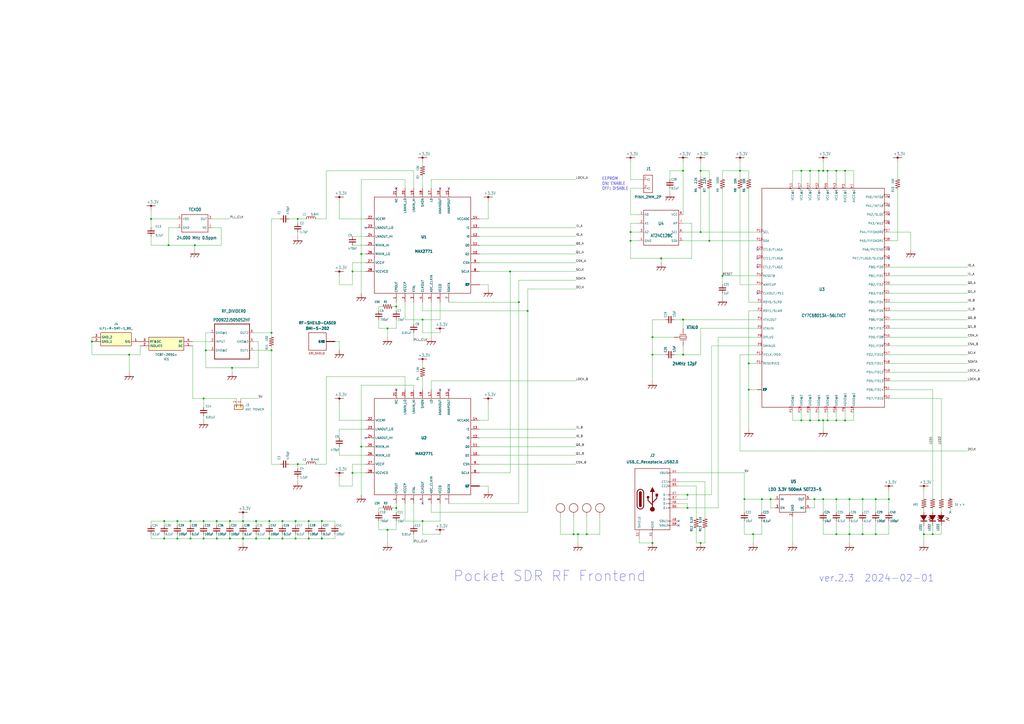
<source format=kicad_sch>
(kicad_sch (version 20231120) (generator "eeschema") (generator_version "8.0")
  (paper "A2")
  (junction (at 335.28 309.88))
  (junction (at 204.47 157.48))
  (junction (at 485.14 309.88))
  (junction (at 157.48 193.04))
  (junction (at 95.25 302.26))
  (junction (at 434.34 226.06))
  (junction (at 419.1 160.02))
  (junction (at 480.06 243.84))
  (junction (at 204.47 274.32))
  (junction (at 172.72 269.24))
  (junction (at 209.55 147.32))
  (junction (at 157.48 203.2))
  (junction (at 477.52 289.56))
  (junction (at 110.49 302.26))
  (junction (at 102.87 312.42))
  (junction (at 224.79 190.5))
  (junction (at 406.4 99.06))
  (junction (at 156.21 302.26))
  (junction (at 172.72 127))
  (junction (at 441.96 289.56))
  (junction (at 156.21 312.42))
  (junction (at 340.36 309.88))
  (junction (at 365.76 134.62))
  (junction (at 447.04 289.56))
  (junction (at 332.74 309.88))
  (junction (at 163.83 302.26))
  (junction (at 245.11 302.26))
  (junction (at 500.38 309.88))
  (junction (at 396.24 185.42))
  (junction (at 464.82 243.84))
  (junction (at 477.52 99.06))
  (junction (at 118.11 231.14))
  (junction (at 118.11 312.42))
  (junction (at 300.99 175.26))
  (junction (at 171.45 302.26))
  (junction (at 508 309.88))
  (junction (at 140.97 302.26))
  (junction (at 118.11 302.26))
  (junction (at 171.45 312.42))
  (junction (at 102.87 302.26))
  (junction (at 365.76 139.7))
  (junction (at 500.38 289.56))
  (junction (at 179.07 302.26))
  (junction (at 53.34 198.12))
  (junction (at 148.59 302.26))
  (junction (at 133.35 302.26))
  (junction (at 492.76 289.56))
  (junction (at 133.35 312.42))
  (junction (at 209.55 259.08))
  (junction (at 485.14 289.56))
  (junction (at 508 289.56))
  (junction (at 110.49 312.42))
  (junction (at 464.82 99.06))
  (junction (at 431.8 289.56))
  (junction (at 429.26 99.06))
  (junction (at 411.48 139.7))
  (junction (at 179.07 312.42))
  (junction (at 477.52 243.84))
  (junction (at 163.83 312.42))
  (junction (at 406.4 314.96))
  (junction (at 186.69 302.26))
  (junction (at 492.76 309.88))
  (junction (at 295.91 157.48))
  (junction (at 378.46 314.96))
  (junction (at 125.73 302.26))
  (junction (at 306.07 180.34))
  (junction (at 535.94 309.88))
  (junction (at 406.4 134.62))
  (junction (at 474.98 99.06))
  (junction (at 485.14 99.06))
  (junction (at 95.25 312.42))
  (junction (at 119.38 203.2))
  (junction (at 474.98 243.84))
  (junction (at 224.79 307.34))
  (junction (at 396.24 99.06))
  (junction (at 378.46 205.74))
  (junction (at 480.06 99.06))
  (junction (at 383.54 149.86))
  (junction (at 398.78 287.02))
  (junction (at 97.79 142.24))
  (junction (at 490.22 99.06))
  (junction (at 134.62 213.36))
  (junction (at 469.9 243.84))
  (junction (at 140.97 312.42))
  (junction (at 229.87 177.8))
  (junction (at 469.9 99.06))
  (junction (at 245.11 185.42))
  (junction (at 490.22 243.84))
  (junction (at 434.34 210.82))
  (junction (at 436.88 309.88))
  (junction (at 229.87 294.64))
  (junction (at 113.03 142.24))
  (junction (at 378.46 195.58))
  (junction (at 125.73 312.42))
  (junction (at 74.93 205.74))
  (junction (at 541.02 309.88))
  (junction (at 485.14 243.84))
  (junction (at 148.59 312.42))
  (junction (at 472.44 289.56))
  (junction (at 87.63 127))
  (junction (at 396.24 205.74))
  (junction (at 186.69 312.42))
  (junction (at 398.78 294.64))
  (junction (at 515.62 289.56))
  (no_connect (at 229.87 109.22))
  (no_connect (at 255.27 109.22))
  (no_connect (at 393.7 302.26))
  (no_connect (at 260.35 226.06))
  (no_connect (at 439.42 154.94))
  (no_connect (at 439.42 149.86))
  (no_connect (at 439.42 144.78))
  (no_connect (at 515.62 119.38))
  (no_connect (at 245.11 292.1))
  (no_connect (at 551.18 289.56))
  (no_connect (at 260.35 109.22))
  (no_connect (at 229.87 226.06))
  (no_connect (at 515.62 129.54))
  (no_connect (at 515.62 149.86))
  (no_connect (at 515.62 114.3))
  (no_connect (at 551.18 297.18))
  (no_connect (at 439.42 170.18))
  (no_connect (at 515.62 124.46))
  (no_connect (at 212.09 132.08))
  (no_connect (at 393.7 304.8))
  (no_connect (at 212.09 254))
  (no_connect (at 515.62 144.78))
  (no_connect (at 255.27 226.06))
  (wire (pts (xy 133.35 312.42) (xy 125.73 312.42)) (stroke (width 0.1524)))
  (wire (pts (xy 396.24 185.42) (xy 439.42 185.42)) (stroke (width 0.1524)))
  (wire (pts (xy 408.94 314.96) (xy 408.94 306.07)))
  (wire (pts (xy 477.52 243.84) (xy 477.52 248.92)) (stroke (width 0.1524)))
  (wire (pts (xy 378.46 312.42) (xy 378.46 314.96)))
  (wire (pts (xy 485.14 238.76) (xy 485.14 243.84)) (stroke (width 0.1524)))
  (wire (pts (xy 447.04 289.56) (xy 449.58 289.56)) (stroke (width 0.1524)))
  (wire (pts (xy 406.4 99.06) (xy 406.4 93.98)) (stroke (width 0.1524)))
  (wire (pts (xy 535.94 294.64) (xy 535.94 297.18)) (stroke (width 0.1524)))
  (wire (pts (xy 439.42 200.66) (xy 412.75 200.66)) (stroke (width 0.1524)))
  (wire (pts (xy 113.03 142.24) (xy 113.03 144.78)) (stroke (width 0.1524)))
  (wire (pts (xy 212.09 127) (xy 196.85 127)) (stroke (width 0.1524)))
  (wire (pts (xy 147.32 203.2) (xy 157.48 203.2)) (stroke (width 0.1524)))
  (wire (pts (xy 477.52 289.56) (xy 485.14 289.56)) (stroke (width 0.1524)))
  (wire (pts (xy 306.07 180.34) (xy 306.07 297.18)) (stroke (width 0.1524)))
  (wire (pts (xy 546.1 294.64) (xy 546.1 297.18)) (stroke (width 0.1524)))
  (wire (pts (xy 370.84 314.96) (xy 370.84 312.42)))
  (wire (pts (xy 278.13 281.94) (xy 283.21 281.94)) (stroke (width 0.1524)))
  (wire (pts (xy 485.14 243.84) (xy 490.22 243.84)) (stroke (width 0.1524)))
  (wire (pts (xy 179.07 312.42) (xy 186.69 312.42)) (stroke (width 0.1524)))
  (wire (pts (xy 459.74 238.76) (xy 459.74 243.84)) (stroke (width 0.1524)))
  (wire (pts (xy 378.46 185.42) (xy 378.46 195.58)) (stroke (width 0.1524)))
  (wire (pts (xy 283.21 281.94) (xy 283.21 284.48)) (stroke (width 0.1524)))
  (wire (pts (xy 224.79 307.34) (xy 224.79 314.96)) (stroke (width 0.1524)))
  (wire (pts (xy 250.19 220.98) (xy 334.01 220.98)) (stroke (width 0.1524)))
  (wire (pts (xy 472.44 294.64) (xy 472.44 289.56)) (stroke (width 0.1524)))
  (wire (pts (xy 541.02 309.88) (xy 546.1 309.88)) (stroke (width 0.1524)))
  (wire (pts (xy 255.27 292.1) (xy 255.27 302.26)) (stroke (width 0.1524)))
  (wire (pts (xy 81.28 200.66) (xy 81.28 205.74)))
  (wire (pts (xy 406.4 190.5) (xy 406.4 205.74)) (stroke (width 0.1524)))
  (wire (pts (xy 419.1 109.22) (xy 419.1 160.02)) (stroke (width 0.1524)))
  (wire (pts (xy 416.56 294.64) (xy 416.56 279.4)))
  (wire (pts (xy 111.76 231.14) (xy 118.11 231.14)))
  (wire (pts (xy 469.9 238.76) (xy 469.9 243.84)) (stroke (width 0.1524)))
  (wire (pts (xy 278.13 157.48) (xy 295.91 157.48)) (stroke (width 0.1524)))
  (wire (pts (xy 95.25 302.26) (xy 102.87 302.26)) (stroke (width 0.1524)))
  (wire (pts (xy 227.33 177.8) (xy 229.87 177.8)) (stroke (width 0.1524)))
  (wire (pts (xy 477.52 302.26) (xy 477.52 309.88)) (stroke (width 0.1524)))
  (wire (pts (xy 439.42 195.58) (xy 416.56 195.58)) (stroke (width 0.1524)))
  (wire (pts (xy 194.31 312.42) (xy 194.31 309.88)) (stroke (width 0.1524)))
  (wire (pts (xy 147.32 193.04) (xy 157.48 193.04)) (stroke (width 0.1524)))
  (wire (pts (xy 134.62 213.36) (xy 134.62 215.9)) (stroke (width 0.1524)))
  (wire (pts (xy 97.79 142.24) (xy 113.03 142.24)) (stroke (width 0.1524)))
  (wire (pts (xy 396.24 139.7) (xy 411.48 139.7)) (stroke (width 0.1524)))
  (wire (pts (xy 128.27 142.24) (xy 128.27 132.08)) (stroke (width 0.1524)))
  (wire (pts (xy 182.88 127) (xy 189.23 127)) (stroke (width 0.1524)))
  (wire (pts (xy 102.87 302.26) (xy 110.49 302.26)) (stroke (width 0.1524)))
  (wire (pts (xy 140.97 312.42) (xy 140.97 314.96)) (stroke (width 0.1524)))
  (wire (pts (xy 515.62 165.1) (xy 561.34 165.1)) (stroke (width 0.1524)))
  (wire (pts (xy 196.85 248.92) (xy 212.09 248.92)) (stroke (width 0.1524)))
  (wire (pts (xy 335.28 309.88) (xy 335.28 314.96)) (stroke (width 0.1524)))
  (wire (pts (xy 365.76 109.22) (xy 365.76 124.46)) (stroke (width 0.1524)))
  (wire (pts (xy 477.52 289.56) (xy 477.52 297.18)) (stroke (width 0.1524)))
  (wire (pts (xy 412.75 284.48) (xy 412.75 287.02)))
  (wire (pts (xy 325.12 309.88) (xy 325.12 299.72)) (stroke (width 0.1524)))
  (wire (pts (xy 520.7 109.22) (xy 520.7 139.7)) (stroke (width 0.1524)))
  (wire (pts (xy 474.98 243.84) (xy 477.52 243.84)) (stroke (width 0.1524)))
  (wire (pts (xy 196.85 281.94) (xy 204.47 281.94)) (stroke (width 0.1524)))
  (wire (pts (xy 278.13 274.32) (xy 295.91 274.32)) (stroke (width 0.1524)))
  (wire (pts (xy 209.55 147.32) (xy 209.55 104.14)) (stroke (width 0.1524)))
  (wire (pts (xy 416.56 195.58) (xy 416.56 279.4)) (stroke (width 0.1524)))
  (wire (pts (xy 204.47 269.24) (xy 204.47 274.32)) (stroke (width 0.1524)))
  (wire (pts (xy 110.49 312.42) (xy 102.87 312.42)) (stroke (width 0.1524)))
  (wire (pts (xy 295.91 274.32) (xy 295.91 157.48)) (stroke (width 0.1524)))
  (wire (pts (xy 403.86 314.96) (xy 406.4 314.96)))
  (wire (pts (xy 110.49 302.26) (xy 110.49 304.8)) (stroke (width 0.1524)))
  (wire (pts (xy 485.14 309.88) (xy 492.76 309.88)) (stroke (width 0.1524)))
  (wire (pts (xy 300.99 162.56) (xy 300.99 175.26)) (stroke (width 0.1524)))
  (wire (pts (xy 212.09 269.24) (xy 204.47 269.24)) (stroke (width 0.1524)))
  (wire (pts (xy 110.49 312.42) (xy 118.11 312.42)) (stroke (width 0.1524)))
  (wire (pts (xy 370.84 314.96) (xy 378.46 314.96)))
  (wire (pts (xy 163.83 312.42) (xy 163.83 309.88)) (stroke (width 0.1524)))
  (wire (pts (xy 163.83 302.26) (xy 171.45 302.26)) (stroke (width 0.1524)))
  (wire (pts (xy 234.95 104.14) (xy 234.95 109.22)) (stroke (width 0.1524)))
  (wire (pts (xy 495.3 243.84) (xy 495.3 238.76)) (stroke (width 0.1524)))
  (wire (pts (xy 340.36 309.88) (xy 340.36 299.72)) (stroke (width 0.1524)))
  (wire (pts (xy 278.13 259.08) (xy 334.01 259.08)) (stroke (width 0.1524)))
  (wire (pts (xy 365.76 139.7) (xy 365.76 149.86)) (stroke (width 0.1524)))
  (wire (pts (xy 118.11 231.14) (xy 118.11 236.22)) (stroke (width 0.1524)))
  (wire (pts (xy 229.87 294.64) (xy 229.87 297.18)) (stroke (width 0.1524)))
  (wire (pts (xy 139.7 231.14) (xy 149.86 231.14)))
  (wire (pts (xy 119.38 203.2) (xy 119.38 193.04)) (stroke (width 0.1524)))
  (wire (pts (xy 295.91 157.48) (xy 334.01 157.48)) (stroke (width 0.1524)))
  (wire (pts (xy 95.25 309.88) (xy 95.25 312.42)) (stroke (width 0.1524)))
  (wire (pts (xy 485.14 289.56) (xy 485.14 297.18)) (stroke (width 0.1524)))
  (wire (pts (xy 163.83 312.42) (xy 171.45 312.42)) (stroke (width 0.1524)))
  (wire (pts (xy 485.14 99.06) (xy 490.22 99.06)) (stroke (width 0.1524)))
  (wire (pts (xy 406.4 99.06) (xy 411.48 99.06)) (stroke (width 0.1524)))
  (wire (pts (xy 393.7 279.4) (xy 408.94 279.4)))
  (wire (pts (xy 403.86 306.07) (xy 403.86 314.96)))
  (wire (pts (xy 515.62 154.94) (xy 561.34 154.94)) (stroke (width 0.1524)))
  (wire (pts (xy 278.13 127) (xy 283.21 127)) (stroke (width 0.1524)))
  (wire (pts (xy 148.59 302.26) (xy 156.21 302.26)) (stroke (width 0.1524)))
  (wire (pts (xy 229.87 175.26) (xy 229.87 177.8)) (stroke (width 0.1524)))
  (wire (pts (xy 194.31 198.12) (xy 196.85 198.12)) (stroke (width 0.1524)))
  (wire (pts (xy 118.11 312.42) (xy 118.11 309.88)) (stroke (width 0.1524)))
  (wire (pts (xy 255.27 175.26) (xy 255.27 185.42)) (stroke (width 0.1524)))
  (wire (pts (xy 485.14 289.56) (xy 492.76 289.56)) (stroke (width 0.1524)))
  (wire (pts (xy 172.72 134.62) (xy 172.72 137.16)) (stroke (width 0.1524)))
  (wire (pts (xy 102.87 132.08) (xy 97.79 132.08)) (stroke (width 0.1524)))
  (wire (pts (xy 396.24 134.62) (xy 406.4 134.62)) (stroke (width 0.1524)))
  (wire (pts (xy 492.76 302.26) (xy 492.76 309.88)) (stroke (width 0.1524)))
  (wire (pts (xy 306.07 167.64) (xy 334.01 167.64)) (stroke (width 0.1524)))
  (wire (pts (xy 171.45 312.42) (xy 171.45 309.88)) (stroke (width 0.1524)))
  (wire (pts (xy 439.42 210.82) (xy 434.34 210.82)) (stroke (width 0.1524)))
  (wire (pts (xy 240.03 223.52) (xy 240.03 226.06)) (stroke (width 0.1524)))
  (wire (pts (xy 119.38 193.04) (xy 121.92 193.04)) (stroke (width 0.1524)))
  (wire (pts (xy 464.82 106.68) (xy 464.82 99.06)) (stroke (width 0.1524)))
  (wire (pts (xy 515.62 175.26) (xy 561.34 175.26)) (stroke (width 0.1524)))
  (wire (pts (xy 419.1 172.72) (xy 419.1 170.18)) (stroke (width 0.1524)))
  (wire (pts (xy 95.25 312.42) (xy 87.63 312.42)) (stroke (width 0.1524)))
  (wire (pts (xy 250.19 297.18) (xy 306.07 297.18)) (stroke (width 0.1524)))
  (wire (pts (xy 515.62 210.82) (xy 561.34 210.82)) (stroke (width 0.1524)))
  (wire (pts (xy 196.85 160.02) (xy 196.85 165.1)) (stroke (width 0.1524)))
  (wire (pts (xy 434.34 104.14) (xy 434.34 99.06)) (stroke (width 0.1524)))
  (wire (pts (xy 148.59 302.26) (xy 148.59 304.8)) (stroke (width 0.1524)))
  (wire (pts (xy 125.73 302.26) (xy 133.35 302.26)) (stroke (width 0.1524)))
  (wire (pts (xy 157.48 193.04) (xy 157.48 127)) (stroke (width 0.1524)))
  (wire (pts (xy 492.76 309.88) (xy 492.76 314.96)) (stroke (width 0.1524)))
  (wire (pts (xy 401.32 149.86) (xy 383.54 149.86)) (stroke (width 0.1524)))
  (wire (pts (xy 278.13 243.84) (xy 283.21 243.84)) (stroke (width 0.1524)))
  (wire (pts (xy 157.48 200.66) (xy 157.48 203.2)) (stroke (width 0.1524)))
  (wire (pts (xy 219.71 302.26) (xy 219.71 307.34)) (stroke (width 0.1524)))
  (wire (pts (xy 480.06 238.76) (xy 480.06 243.84)) (stroke (width 0.1524)))
  (wire (pts (xy 480.06 243.84) (xy 485.14 243.84)) (stroke (width 0.1524)))
  (wire (pts (xy 459.74 106.68) (xy 459.74 99.06)) (stroke (width 0.1524)))
  (wire (pts (xy 111.76 198.12) (xy 121.92 198.12)) (stroke (width 0.1524)))
  (wire (pts (xy 179.07 302.26) (xy 179.07 304.8)) (stroke (width 0.1524)))
  (wire (pts (xy 189.23 99.06) (xy 240.03 99.06)) (stroke (width 0.1524)))
  (wire (pts (xy 140.97 299.72) (xy 140.97 302.26)) (stroke (width 0.1524)))
  (wire (pts (xy 149.86 213.36) (xy 134.62 213.36)) (stroke (width 0.1524)))
  (wire (pts (xy 113.03 142.24) (xy 128.27 142.24)) (stroke (width 0.1524)))
  (wire (pts (xy 250.19 292.1) (xy 250.19 297.18)) (stroke (width 0.1524)))
  (wire (pts (xy 515.62 220.98) (xy 561.34 220.98)) (stroke (width 0.1524)))
  (wire (pts (xy 278.13 248.92) (xy 334.01 248.92)) (stroke (width 0.1524)))
  (wire (pts (xy 429.26 99.06) (xy 419.1 99.06)) (stroke (width 0.1524)))
  (wire (pts (xy 219.71 177.8) (xy 219.71 180.34)) (stroke (width 0.1524)))
  (wire (pts (xy 212.09 142.24) (xy 204.47 142.24)) (stroke (width 0.1524)))
  (wire (pts (xy 485.14 302.26) (xy 485.14 309.88)) (stroke (width 0.1524)))
  (wire (pts (xy 212.09 137.16) (xy 204.47 137.16)) (stroke (width 0.1524)))
  (wire (pts (xy 546.1 304.8) (xy 546.1 309.88)) (stroke (width 0.1524)))
  (wire (pts (xy 515.62 215.9) (xy 561.34 215.9)) (stroke (width 0.1524)))
  (wire (pts (xy 464.82 99.06) (xy 469.9 99.06)) (stroke (width 0.1524)))
  (wire (pts (xy 515.62 185.42) (xy 561.34 185.42)) (stroke (width 0.1524)))
  (wire (pts (xy 434.34 180.34) (xy 439.42 180.34)) (stroke (width 0.1524)))
  (wire (pts (xy 515.62 190.5) (xy 561.34 190.5)) (stroke (width 0.1524)))
  (wire (pts (xy 393.7 292.1) (xy 398.78 292.1)))
  (wire (pts (xy 194.31 302.26) (xy 194.31 304.8)) (stroke (width 0.1524)))
  (wire (pts (xy 459.74 243.84) (xy 464.82 243.84)) (stroke (width 0.1524)))
  (wire (pts (xy 255.27 185.42) (xy 245.11 185.42)) (stroke (width 0.1524)))
  (wire (pts (xy 222.25 294.64) (xy 219.71 294.64)) (stroke (width 0.1524)))
  (wire (pts (xy 429.26 261.62) (xy 561.34 261.62)) (stroke (width 0.1524)))
  (wire (pts (xy 118.11 312.42) (xy 125.73 312.42)) (stroke (width 0.1524)))
  (wire (pts (xy 196.85 254) (xy 196.85 248.92)) (stroke (width 0.1524)))
  (wire (pts (xy 118.11 302.26) (xy 125.73 302.26)) (stroke (width 0.1524)))
  (wire (pts (xy 171.45 312.42) (xy 179.07 312.42)) (stroke (width 0.1524)))
  (wire (pts (xy 388.62 109.22) (xy 388.62 111.76)) (stroke (width 0.1524)))
  (wire (pts (xy 240.03 175.26) (xy 240.03 187.96)) (stroke (width 0.1524)))
  (wire (pts (xy 87.63 309.88) (xy 87.63 312.42)) (stroke (width 0.1524)))
  (wire (pts (xy 149.86 198.12) (xy 149.86 213.36)) (stroke (width 0.1524)))
  (wire (pts (xy 250.19 109.22) (xy 250.19 104.14)) (stroke (width 0.1524)))
  (wire (pts (xy 515.62 170.18) (xy 561.34 170.18)) (stroke (width 0.1524)))
  (wire (pts (xy 419.1 99.06) (xy 419.1 104.14)) (stroke (width 0.1524)))
  (wire (pts (xy 495.3 99.06) (xy 495.3 106.68)) (stroke (width 0.1524)))
  (wire (pts (xy 172.72 276.86) (xy 172.72 279.4)) (stroke (width 0.1524)))
  (wire (pts (xy 229.87 307.34) (xy 229.87 302.26)) (stroke (width 0.1524)))
  (wire (pts (xy 245.11 180.34) (xy 306.07 180.34)) (stroke (width 0.1524)))
  (wire (pts (xy 209.55 259.08) (xy 209.55 287.02)) (stroke (width 0.1524)))
  (wire (pts (xy 439.42 175.26) (xy 434.34 175.26)) (stroke (width 0.1524)))
  (wire (pts (xy 179.07 312.42) (xy 179.07 309.88)) (stroke (width 0.1524)))
  (wire (pts (xy 300.99 175.26) (xy 300.99 292.1)) (stroke (width 0.1524)))
  (wire (pts (xy 434.34 180.34) (xy 434.34 210.82)) (stroke (width 0.1524)))
  (wire (pts (xy 447.04 294.64) (xy 447.04 289.56)) (stroke (width 0.1524)))
  (wire (pts (xy 408.94 279.4) (xy 408.94 300.99)))
  (wire (pts (xy 406.4 109.22) (xy 406.4 134.62)) (stroke (width 0.1524)))
  (wire (pts (xy 186.69 302.26) (xy 194.31 302.26)) (stroke (width 0.1524)))
  (wire (pts (xy 406.4 314.96) (xy 408.94 314.96)))
  (wire (pts (xy 500.38 309.88) (xy 508 309.88)) (stroke (width 0.1524)))
  (wire (pts (xy 535.94 304.8) (xy 535.94 309.88)) (stroke (width 0.1524)))
  (wire (pts (xy 431.8 289.56) (xy 441.96 289.56)) (stroke (width 0.1524)))
  (wire (pts (xy 283.21 127) (xy 283.21 116.84)) (stroke (width 0.1524)))
  (wire (pts (xy 436.88 309.88) (xy 441.96 309.88)) (stroke (width 0.1524)))
  (wire (pts (xy 388.62 104.14) (xy 388.62 99.06)) (stroke (width 0.1524)))
  (wire (pts (xy 224.79 307.34) (xy 229.87 307.34)) (stroke (width 0.1524)))
  (wire (pts (xy 222.25 177.8) (xy 219.71 177.8)) (stroke (width 0.1524)))
  (wire (pts (xy 515.62 289.56) (xy 515.62 284.48)) (stroke (width 0.1524)))
  (wire (pts (xy 140.97 302.26) (xy 140.97 304.8)) (stroke (width 0.1524)))
  (wire (pts (xy 429.26 165.1) (xy 439.42 165.1)) (stroke (width 0.1524)))
  (wire (pts (xy 186.69 312.42) (xy 186.69 309.88)) (stroke (width 0.1524)))
  (wire (pts (xy 125.73 304.8) (xy 125.73 302.26)) (stroke (width 0.1524)))
  (wire (pts (xy 133.35 309.88) (xy 133.35 312.42)) (stroke (width 0.1524)))
  (wire (pts (xy 156.21 302.26) (xy 156.21 304.8)) (stroke (width 0.1524)))
  (wire (pts (xy 365.76 134.62) (xy 365.76 139.7)) (stroke (width 0.1524)))
  (wire (pts (xy 464.82 243.84) (xy 469.9 243.84)) (stroke (width 0.1524)))
  (wire (pts (xy 546.1 231.14) (xy 546.1 289.56)) (stroke (width 0.1524)))
  (wire (pts (xy 515.62 195.58) (xy 561.34 195.58)) (stroke (width 0.1524)))
  (wire (pts (xy 229.87 177.8) (xy 229.87 180.34)) (stroke (width 0.1524)))
  (wire (pts (xy 477.52 93.98) (xy 477.52 99.06)) (stroke (width 0.1524)))
  (wire (pts (xy 490.22 243.84) (xy 495.3 243.84)) (stroke (width 0.1524)))
  (wire (pts (xy 429.26 93.98) (xy 429.26 99.06)) (stroke (width 0.1524)))
  (wire (pts (xy 515.62 134.62) (xy 528.32 134.62)) (stroke (width 0.1524)))
  (wire (pts (xy 393.7 294.64) (xy 398.78 294.64)))
  (wire (pts (xy 396.24 99.06) (xy 396.24 124.46)) (stroke (width 0.1524)))
  (wire (pts (xy 179.07 302.26) (xy 186.69 302.26)) (stroke (width 0.1524)))
  (wire (pts (xy 189.23 218.44) (xy 234.95 218.44)) (stroke (width 0.1524)))
  (wire (pts (xy 278.13 147.32) (xy 334.01 147.32)) (stroke (width 0.1524)))
  (wire (pts (xy 406.4 104.14) (xy 406.4 99.06)) (stroke (width 0.1524)))
  (wire (pts (xy 147.32 198.12) (xy 149.86 198.12)) (stroke (width 0.1524)))
  (wire (pts (xy 133.35 302.26) (xy 140.97 302.26)) (stroke (width 0.1524)))
  (wire (pts (xy 128.27 132.08) (xy 123.19 132.08)) (stroke (width 0.1524)))
  (wire (pts (xy 332.74 309.88) (xy 335.28 309.88)) (stroke (width 0.1524)))
  (wire (pts (xy 157.48 195.58) (xy 157.48 193.04)) (stroke (width 0.1524)))
  (wire (pts (xy 162.56 127) (xy 157.48 127)) (stroke (width 0.1524)))
  (wire (pts (xy 347.98 309.88) (xy 347.98 299.72)) (stroke (width 0.1524)))
  (wire (pts (xy 171.45 302.26) (xy 179.07 302.26)) (stroke (width 0.1524)))
  (wire (pts (xy 245.11 185.42) (xy 245.11 193.04)) (stroke (width 0.1524)))
  (wire (pts (xy 469.9 106.68) (xy 469.9 99.06)) (stroke (width 0.1524)))
  (wire (pts (xy 209.55 104.14) (xy 234.95 104.14)) (stroke (width 0.1524)))
  (wire (pts (xy 535.94 309.88) (xy 541.02 309.88)) (stroke (width 0.1524)))
  (wire (pts (xy 81.28 205.74) (xy 74.93 205.74)))
  (wire (pts (xy 528.32 134.62) (xy 528.32 144.78)) (stroke (width 0.1524)))
  (wire (pts (xy 87.63 304.8) (xy 87.63 302.26)) (stroke (width 0.1524)))
  (wire (pts (xy 212.09 243.84) (xy 196.85 243.84)) (stroke (width 0.1524)))
  (wire (pts (xy 212.09 152.4) (xy 204.47 152.4)) (stroke (width 0.1524)))
  (wire (pts (xy 370.84 139.7) (xy 365.76 139.7)) (stroke (width 0.1524)))
  (wire (pts (xy 140.97 312.42) (xy 148.59 312.42)) (stroke (width 0.1524)))
  (wire (pts (xy 227.33 294.64) (xy 229.87 294.64)) (stroke (width 0.1524)))
  (wire (pts (xy 535.94 309.88) (xy 535.94 314.96)) (stroke (width 0.1524)))
  (wire (pts (xy 370.84 129.54) (xy 365.76 129.54)) (stroke (width 0.1524)))
  (wire (pts (xy 515.62 205.74) (xy 561.34 205.74)) (stroke (width 0.1524)))
  (wire (pts (xy 278.13 137.16) (xy 334.01 137.16)) (stroke (width 0.1524)))
  (wire (pts (xy 209.55 170.18) (xy 209.55 147.32)) (stroke (width 0.1524)))
  (wire (pts (xy 245.11 210.82) (xy 245.11 213.36)) (stroke (width 0.1524)))
  (wire (pts (xy 234.95 218.44) (xy 234.95 226.06)) (stroke (width 0.1524)))
  (wire (pts (xy 401.32 129.54) (xy 396.24 129.54)) (stroke (width 0.1524)))
  (wire (pts (xy 515.62 200.66) (xy 561.34 200.66)) (stroke (width 0.1524)))
  (wire (pts (xy 53.34 198.12) (xy 53.34 205.74)))
  (wire (pts (xy 340.36 309.88) (xy 347.98 309.88)) (stroke (width 0.1524)))
  (wire (pts (xy 300.99 162.56) (xy 334.01 162.56)) (stroke (width 0.1524)))
  (wire (pts (xy 412.75 200.66) (xy 412.75 284.48)) (stroke (width 0.1524)))
  (wire (pts (xy 196.85 198.12) (xy 196.85 203.2)) (stroke (width 0.1524)))
  (wire (pts (xy 182.88 269.24) (xy 189.23 269.24)) (stroke (width 0.1524)))
  (wire (pts (xy 212.09 264.16) (xy 196.85 264.16)) (stroke (width 0.1524)))
  (wire (pts (xy 134.62 213.36) (xy 119.38 213.36)) (stroke (width 0.1524)))
  (wire (pts (xy 110.49 302.26) (xy 118.11 302.26)) (stroke (width 0.1524)))
  (wire (pts (xy 148.59 312.42) (xy 156.21 312.42)) (stroke (width 0.1524)))
  (wire (pts (xy 250.19 175.26) (xy 250.19 195.58)) (stroke (width 0.1524)))
  (wire (pts (xy 240.03 292.1) (xy 240.03 304.8)) (stroke (width 0.1524)))
  (wire (pts (xy 469.9 243.84) (xy 474.98 243.84)) (stroke (width 0.1524)))
  (wire (pts (xy 515.62 139.7) (xy 520.7 139.7)) (stroke (width 0.1524)))
  (wire (pts (xy 189.23 127) (xy 189.23 99.06)) (stroke (width 0.1524)))
  (wire (pts (xy 140.97 309.88) (xy 140.97 312.42)) (stroke (width 0.1524)))
  (wire (pts (xy 148.59 312.42) (xy 148.59 309.88)) (stroke (width 0.1524)))
  (wire (pts (xy 97.79 142.24) (xy 87.63 142.24)) (stroke (width 0.1524)))
  (wire (pts (xy 219.71 307.34) (xy 224.79 307.34)) (stroke (width 0.1524)))
  (wire (pts (xy 102.87 127) (xy 87.63 127)) (stroke (width 0.1524)))
  (wire (pts (xy 278.13 132.08) (xy 334.01 132.08)) (stroke (width 0.1524)))
  (wire (pts (xy 245.11 302.26) (xy 245.11 309.88)) (stroke (width 0.1524)))
  (wire (pts (xy 459.74 99.06) (xy 464.82 99.06)) (stroke (width 0.1524)))
  (wire (pts (xy 474.98 106.68) (xy 474.98 99.06)) (stroke (width 0.1524)))
  (wire (pts (xy 541.02 226.06) (xy 541.02 289.56)) (stroke (width 0.1524)))
  (wire (pts (xy 419.1 160.02) (xy 439.42 160.02)) (stroke (width 0.1524)))
  (wire (pts (xy 306.07 180.34) (xy 306.07 167.64)) (stroke (width 0.1524)))
  (wire (pts (xy 508 297.18) (xy 508 289.56)) (stroke (width 0.1524)))
  (wire (pts (xy 87.63 142.24) (xy 87.63 137.16)) (stroke (width 0.1524)))
  (wire (pts (xy 378.46 205.74) (xy 378.46 220.98)) (stroke (width 0.1524)))
  (wire (pts (xy 393.7 287.02) (xy 398.78 287.02)))
  (wire (pts (xy 224.79 190.5) (xy 229.87 190.5)) (stroke (width 0.1524)))
  (wire (pts (xy 439.42 190.5) (xy 406.4 190.5)) (stroke (width 0.1524)))
  (wire (pts (xy 219.71 185.42) (xy 219.71 190.5)) (stroke (width 0.1524)))
  (wire (pts (xy 172.72 269.24) (xy 177.8 269.24)) (stroke (width 0.1524)))
  (wire (pts (xy 515.62 160.02) (xy 561.34 160.02)) (stroke (width 0.1524)))
  (wire (pts (xy 53.34 205.74) (xy 74.93 205.74)))
  (wire (pts (xy 186.69 312.42) (xy 194.31 312.42)) (stroke (width 0.1524)))
  (wire (pts (xy 490.22 106.68) (xy 490.22 99.06)) (stroke (width 0.1524)))
  (wire (pts (xy 234.95 175.26) (xy 234.95 185.42)) (stroke (width 0.1524)))
  (wire (pts (xy 480.06 99.06) (xy 485.14 99.06)) (stroke (width 0.1524)))
  (wire (pts (xy 436.88 309.88) (xy 436.88 314.96)) (stroke (width 0.1524)))
  (wire (pts (xy 212.09 157.48) (xy 204.47 157.48)) (stroke (width 0.1524)))
  (wire (pts (xy 234.95 292.1) (xy 234.95 302.26)) (stroke (width 0.1524)))
  (wire (pts (xy 102.87 304.8) (xy 102.87 302.26)) (stroke (width 0.1524)))
  (wire (pts (xy 500.38 302.26) (xy 500.38 309.88)) (stroke (width 0.1524)))
  (wire (pts (xy 171.45 302.26) (xy 171.45 304.8)) (stroke (width 0.1524)))
  (wire (pts (xy 492.76 289.56) (xy 500.38 289.56)) (stroke (width 0.1524)))
  (wire (pts (xy 477.52 243.84) (xy 480.06 243.84)) (stroke (width 0.1524)))
  (wire (pts (xy 209.55 147.32) (xy 212.09 147.32)) (stroke (width 0.1524)))
  (wire (pts (xy 278.13 264.16) (xy 334.01 264.16)) (stroke (width 0.1524)))
  (wire (pts (xy 370.84 124.46) (xy 365.76 124.46)) (stroke (width 0.1524)))
  (wire (pts (xy 240.03 99.06) (xy 240.03 109.22)) (stroke (width 0.1524)))
  (wire (pts (xy 260.35 292.1) (xy 300.99 292.1)) (stroke (width 0.1524)))
  (wire (pts (xy 520.7 104.14) (xy 520.7 93.98)) (stroke (width 0.1524)))
  (wire (pts (xy 492.76 289.56) (xy 492.76 297.18)) (stroke (width 0.1524)))
  (wire (pts (xy 464.82 238.76) (xy 464.82 243.84)) (stroke (width 0.1524)))
  (wire (pts (xy 403.86 281.94) (xy 403.86 300.99)))
  (wire (pts (xy 209.55 259.08) (xy 209.55 223.52)) (stroke (width 0.1524)))
  (wire (pts (xy 245.11 175.26) (xy 245.11 180.34)) (stroke (width 0.1524)))
  (wire (pts (xy 439.42 226.06) (xy 434.34 226.06)) (stroke (width 0.1524)))
  (wire (pts (xy 434.34 175.26) (xy 434.34 109.22)) (stroke (width 0.1524)))
  (wire (pts (xy 541.02 294.64) (xy 541.02 297.18)) (stroke (width 0.1524)))
  (wire (pts (xy 125.73 309.88) (xy 125.73 312.42)) (stroke (width 0.1524)))
  (wire (pts (xy 365.76 93.98) (xy 365.76 104.14)) (stroke (width 0.1524)))
  (wire (pts (xy 508 289.56) (xy 515.62 289.56)) (stroke (width 0.1524)))
  (wire (pts (xy 212.09 259.08) (xy 209.55 259.08)) (stroke (width 0.1524)))
  (wire (pts (xy 245.11 93.98) (xy 245.11 96.52)) (stroke (width 0.1524)))
  (wire (pts (xy 398.78 287.02) (xy 412.75 287.02)))
  (wire (pts (xy 140.97 302.26) (xy 148.59 302.26)) (stroke (width 0.1524)))
  (wire (pts (xy 245.11 309.88) (xy 255.27 309.88)) (stroke (width 0.1524)))
  (wire (pts (xy 393.7 289.56) (xy 398.78 289.56)))
  (wire (pts (xy 378.46 195.58) (xy 378.46 205.74)) (stroke (width 0.1524)))
  (wire (pts (xy 535.94 289.56) (xy 535.94 284.48)) (stroke (width 0.1524)))
  (wire (pts (xy 335.28 309.88) (xy 340.36 309.88)) (stroke (width 0.1524)))
  (wire (pts (xy 480.06 106.68) (xy 480.06 99.06)) (stroke (width 0.1524)))
  (wire (pts (xy 156.21 302.26) (xy 163.83 302.26)) (stroke (width 0.1524)))
  (wire (pts (xy 500.38 289.56) (xy 508 289.56)) (stroke (width 0.1524)))
  (wire (pts (xy 224.79 190.5) (xy 224.79 195.58)) (stroke (width 0.1524)))
  (wire (pts (xy 515.62 180.34) (xy 561.34 180.34)) (stroke (width 0.1524)))
  (wire (pts (xy 325.12 309.88) (xy 332.74 309.88)) (stroke (width 0.1524)))
  (wire (pts (xy 492.76 309.88) (xy 500.38 309.88)) (stroke (width 0.1524)))
  (wire (pts (xy 260.35 175.26) (xy 300.99 175.26)) (stroke (width 0.1524)))
  (wire (pts (xy 431.8 309.88) (xy 436.88 309.88)) (stroke (width 0.1524)))
  (wire (pts (xy 229.87 190.5) (xy 229.87 185.42)) (stroke (width 0.1524)))
  (wire (pts (xy 102.87 309.88) (xy 102.87 312.42)) (stroke (width 0.1524)))
  (wire (pts (xy 411.48 139.7) (xy 439.42 139.7)) (stroke (width 0.1524)))
  (wire (pts (xy 490.22 238.76) (xy 490.22 243.84)) (stroke (width 0.1524)))
  (wire (pts (xy 118.11 302.26) (xy 118.11 304.8)) (stroke (width 0.1524)))
  (wire (pts (xy 204.47 152.4) (xy 204.47 157.48)) (stroke (width 0.1524)))
  (wire (pts (xy 365.76 149.86) (xy 383.54 149.86)) (stroke (width 0.1524)))
  (wire (pts (xy 156.21 312.42) (xy 156.21 309.88)) (stroke (width 0.1524)))
  (wire (pts (xy 245.11 101.6) (xy 245.11 109.22)) (stroke (width 0.1524)))
  (wire (pts (xy 474.98 238.76) (xy 474.98 243.84)) (stroke (width 0.1524)))
  (wire (pts (xy 245.11 185.42) (xy 234.95 185.42)) (stroke (width 0.1524)))
  (wire (pts (xy 469.9 289.56) (xy 472.44 289.56)) (stroke (width 0.1524)))
  (wire (pts (xy 469.9 294.64) (xy 472.44 294.64)) (stroke (width 0.1524)))
  (wire (pts (xy 391.16 195.58) (xy 378.46 195.58)) (stroke (width 0.1524)))
  (wire (pts (xy 283.21 165.1) (xy 283.21 167.64)) (stroke (width 0.1524)))
  (wire (pts (xy 209.55 223.52) (xy 240.03 223.52)) (stroke (width 0.1524)))
  (wire (pts (xy 434.34 210.82) (xy 434.34 226.06)) (stroke (width 0.1524)))
  (wire (pts (xy 371.856 109.22) (xy 365.76 109.22)) (stroke (width 0.1524)))
  (wire (pts (xy 515.62 309.88) (xy 515.62 302.26)) (stroke (width 0.1524)))
  (wire (pts (xy 515.62 231.14) (xy 546.1 231.14)) (stroke (width 0.1524)))
  (wire (pts (xy 396.24 185.42) (xy 391.16 185.42)) (stroke (width 0.1524)))
  (wire (pts (xy 123.19 127) (xy 133.35 127)) (stroke (width 0.1524)))
  (wire (pts (xy 508 309.88) (xy 508 302.26)) (stroke (width 0.1524)))
  (wire (pts (xy 388.62 99.06) (xy 396.24 99.06)) (stroke (width 0.1524)))
  (wire (pts (xy 370.84 134.62) (xy 365.76 134.62)) (stroke (width 0.1524)))
  (wire (pts (xy 398.78 292.1) (xy 398.78 294.64)))
  (wire (pts (xy 391.16 205.74) (xy 396.24 205.74)) (stroke (width 0.1524)))
  (wire (pts (xy 133.35 304.8) (xy 133.35 302.26)) (stroke (width 0.1524)))
  (wire (pts (xy 196.85 243.84) (xy 196.85 233.68)) (stroke (width 0.1524)))
  (wire (pts (xy 240.03 193.04) (xy 240.03 198.12)) (stroke (width 0.1524)))
  (wire (pts (xy 250.19 226.06) (xy 250.19 220.98)) (stroke (width 0.1524)))
  (wire (pts (xy 393.7 281.94) (xy 403.86 281.94)))
  (wire (pts (xy 87.63 127) (xy 87.63 132.08)) (stroke (width 0.1524)))
  (wire (pts (xy 186.69 302.26) (xy 186.69 304.8)) (stroke (width 0.1524)))
  (wire (pts (xy 393.7 274.32) (xy 431.8 274.32)))
  (wire (pts (xy 278.13 152.4) (xy 334.01 152.4)) (stroke (width 0.1524)))
  (wire (pts (xy 110.49 309.88) (xy 110.49 312.42)) (stroke (width 0.1524)))
  (wire (pts (xy 172.72 127) (xy 172.72 129.54)) (stroke (width 0.1524)))
  (wire (pts (xy 204.47 274.32) (xy 204.47 281.94)) (stroke (width 0.1524)))
  (wire (pts (xy 398.78 294.64) (xy 416.56 294.64)))
  (wire (pts (xy 87.63 121.92) (xy 87.63 127)) (stroke (width 0.1524)))
  (wire (pts (xy 383.54 149.86) (xy 383.54 152.4)) (stroke (width 0.1524)))
  (wire (pts (xy 118.11 231.14) (xy 137.16 231.14)) (stroke (width 0.1524)))
  (wire (pts (xy 441.96 309.88) (xy 441.96 302.26)) (stroke (width 0.1524)))
  (wire (pts (xy 365.76 129.54) (xy 365.76 134.62)) (stroke (width 0.1524)))
  (wire (pts (xy 189.23 269.24) (xy 189.23 218.44)) (stroke (width 0.1524)))
  (wire (pts (xy 449.58 294.64) (xy 447.04 294.64)) (stroke (width 0.1524)))
  (wire (pts (xy 477.52 309.88) (xy 485.14 309.88)) (stroke (width 0.1524)))
  (wire (pts (xy 515.62 226.06) (xy 541.02 226.06)) (stroke (width 0.1524)))
  (wire (pts (xy 469.9 99.06) (xy 474.98 99.06)) (stroke (width 0.1524)))
  (wire (pts (xy 97.79 132.08) (xy 97.79 142.24)) (stroke (width 0.1524)))
  (wire (pts (xy 250.19 104.14) (xy 334.01 104.14)) (stroke (width 0.1524)))
  (wire (pts (xy 386.08 205.74) (xy 378.46 205.74)) (stroke (width 0.1524)))
  (wire (pts (xy 429.26 99.06) (xy 429.26 104.14)) (stroke (width 0.1524)))
  (wire (pts (xy 401.32 129.54) (xy 401.32 149.86)) (stroke (width 0.1524)))
  (wire (pts (xy 411.48 99.06) (xy 411.48 104.14)) (stroke (width 0.1524)))
  (wire (pts (xy 121.92 203.2) (xy 119.38 203.2)) (stroke (width 0.1524)))
  (wire (pts (xy 398.78 287.02) (xy 398.78 289.56)))
  (wire (pts (xy 365.76 104.14) (xy 371.856 104.14)) (stroke (width 0.1524)))
  (wire (pts (xy 396.24 93.98) (xy 396.24 99.06)) (stroke (width 0.1524)))
  (wire (pts (xy 459.74 299.72) (xy 459.74 314.96)) (stroke (width 0.1524)))
  (wire (pts (xy 551.18 294.64) (xy 551.18 297.18)) (stroke (width 0.1524)))
  (wire (pts (xy 431.8 289.56) (xy 431.8 297.18)) (stroke (width 0.1524)))
  (wire (pts (xy 332.74 309.88) (xy 332.74 299.72)) (stroke (width 0.1524)))
  (wire (pts (xy 441.96 289.56) (xy 447.04 289.56)) (stroke (width 0.1524)))
  (wire (pts (xy 419.1 165.1) (xy 419.1 160.02)) (stroke (width 0.1524)))
  (wire (pts (xy 474.98 99.06) (xy 477.52 99.06)) (stroke (width 0.1524)))
  (wire (pts (xy 429.26 205.74) (xy 429.26 261.62)) (stroke (width 0.1524)))
  (wire (pts (xy 119.38 213.36) (xy 119.38 203.2)) (stroke (width 0.1524)))
  (wire (pts (xy 278.13 254) (xy 334.01 254)) (stroke (width 0.1524)))
  (wire (pts (xy 431.8 302.26) (xy 431.8 309.88)) (stroke (width 0.1524)))
  (wire (pts (xy 172.72 127) (xy 177.8 127)) (stroke (width 0.1524)))
  (wire (pts (xy 167.64 269.24) (xy 172.72 269.24)) (stroke (width 0.1524)))
  (wire (pts (xy 245.11 302.26) (xy 234.95 302.26)) (stroke (width 0.1524)))
  (wire (pts (xy 477.52 99.06) (xy 480.06 99.06)) (stroke (width 0.1524)))
  (wire (pts (xy 472.44 289.56) (xy 477.52 289.56)) (stroke (width 0.1524)))
  (wire (pts (xy 386.08 185.42) (xy 378.46 185.42)) (stroke (width 0.1524)))
  (wire (pts (xy 111.76 200.66) (xy 111.76 231.14)))
  (wire (pts (xy 283.21 243.84) (xy 283.21 233.68)) (stroke (width 0.1524)))
  (wire (pts (xy 441.96 289.56) (xy 441.96 297.18)) (stroke (width 0.1524)))
  (wire (pts (xy 411.48 109.22) (xy 411.48 139.7)) (stroke (width 0.1524)))
  (wire (pts (xy 278.13 165.1) (xy 283.21 165.1)) (stroke (width 0.1524)))
  (wire (pts (xy 196.85 264.16) (xy 196.85 259.08)) (stroke (width 0.1524)))
  (wire (pts (xy 245.11 193.04) (xy 255.27 193.04)) (stroke (width 0.1524)))
  (wire (pts (xy 490.22 99.06) (xy 495.3 99.06)) (stroke (width 0.1524)))
  (wire (pts (xy 541.02 304.8) (xy 541.02 309.88)) (stroke (width 0.1524)))
  (wire (pts (xy 87.63 302.26) (xy 95.25 302.26)) (stroke (width 0.1524)))
  (wire (pts (xy 229.87 292.1) (xy 229.87 294.64)) (stroke (width 0.1524)))
  (wire (pts (xy 74.93 205.74) (xy 74.93 215.9)) (stroke (width 0.1524)))
  (wire (pts (xy 278.13 269.24) (xy 334.01 269.24)) (stroke (width 0.1524)))
  (wire (pts (xy 515.62 297.18) (xy 515.62 289.56)) (stroke (width 0.1524)))
  (wire (pts (xy 219.71 190.5) (xy 224.79 190.5)) (stroke (width 0.1524)))
  (wire (pts (xy 396.24 190.5) (xy 396.24 185.42)) (stroke (width 0.1524)))
  (wire (pts (xy 500.38 289.56) (xy 500.38 297.18)) (stroke (width 0.1524)))
  (wire (pts (xy 102.87 312.42) (xy 95.25 312.42)) (stroke (width 0.1524)))
  (wire (pts (xy 95.25 304.8) (xy 95.25 302.26)) (stroke (width 0.1524)))
  (wire (pts (xy 196.85 276.86) (xy 196.85 281.94)) (stroke (width 0.1524)))
  (wire (pts (xy 196.85 127) (xy 196.85 116.84)) (stroke (width 0.1524)))
  (wire (pts (xy 157.48 203.2) (xy 157.48 269.24)) (stroke (width 0.1524)))
  (wire (pts (xy 508 309.88) (xy 515.62 309.88)) (stroke (width 0.1524)))
  (wire (pts (xy 53.34 195.58) (xy 53.34 198.12)))
  (wire (pts (xy 196.85 165.1) (xy 204.47 165.1)) (stroke (width 0.1524)))
  (wire (pts (xy 156.21 312.42) (xy 163.83 312.42)) (stroke (width 0.1524)))
  (wire (pts (xy 396.24 200.66) (xy 396.24 205.74)) (stroke (width 0.1524)))
  (wire (pts (xy 434.34 226.06) (xy 434.34 248.92)) (stroke (width 0.1524)))
  (wire (pts (xy 118.11 241.3) (xy 118.11 243.84)) (stroke (width 0.1524)))
  (wire (pts (xy 167.64 127) (xy 172.72 127)) (stroke (width 0.1524)))
  (wire (pts (xy 219.71 294.64) (xy 219.71 297.18)) (stroke (width 0.1524)))
  (wire (pts (xy 212.09 274.32) (xy 204.47 274.32)) (stroke (width 0.1524)))
  (wire (pts (xy 140.97 312.42) (xy 133.35 312.42)) (stroke (width 0.1524)))
  (wire (pts (xy 439.42 205.74) (xy 429.26 205.74)) (stroke (width 0.1524)))
  (wire (pts (xy 278.13 142.24) (xy 334.01 142.24)) (stroke (width 0.1524)))
  (wire (pts (xy 240.03 309.88) (xy 240.03 314.96)) (stroke (width 0.1524)))
  (wire (pts (xy 485.14 106.68) (xy 485.14 99.06)) (stroke (width 0.1524)))
  (wire (pts (xy 431.8 274.32) (xy 431.8 289.56)))
  (wire (pts (xy 429.26 109.22) (xy 429.26 165.1)) (stroke (width 0.1524)))
  (wire (pts (xy 406.4 134.62) (xy 439.42 134.62)) (stroke (width 0.1524)))
  (wire (pts (xy 204.47 157.48) (xy 204.47 165.1)) (stroke (width 0.1524)))
  (wire (pts (xy 163.83 302.26) (xy 163.83 304.8)) (stroke (width 0.1524)))
  (wire (pts (xy 157.48 269.24) (xy 162.56 269.24)) (stroke (width 0.1524)))
  (wire (pts (xy 429.26 99.06) (xy 434.34 99.06)) (stroke (width 0.1524)))
  (wire (pts (xy 406.4 205.74) (xy 396.24 205.74)) (stroke (width 0.1524)))
  (wire (pts (xy 172.72 269.24) (xy 172.72 271.78)) (stroke (width 0.1524)))
  (wire (pts (xy 245.11 218.44) (xy 245.11 226.06)) (stroke (width 0.1524)))
  (wire (pts (xy 255.27 302.26) (xy 245.11 302.26)) (stroke (width 0.1524)))
  (text "Pocket SDR RF Frontend" (at 262.89 337.82 0) (effects (font (size 6 6)) (justify left bottom)))
  (text "EEPROM\nON: ENABLE\nOFF: DISABLE" (at 349.25 110.49 0) (effects (font (size 1.778 1.5113)) (justify left bottom)))
  (text "ver.2.3  2024-02-01" (at 474.98 337.82 0) (effects (font (size 4 4)) (justify left bottom)))
  (label "PLL_CLK" (at 240.03 314.96 0))
  (label "CSN_B" (at 334.01 269.24 0) (effects (font (size 1.2446 1.2446))))
  (label "Q1_B" (at 561.34 190.5 0) (effects (font (size 1.2446 1.2446))))
  (label "Q1_A" (at 334.01 147.32 0) (effects (font (size 1.2446 1.2446))))
  (label "I1_B" (at 561.34 180.34 0) (effects (font (size 1.2446 1.2446))))
  (label "SCLK" (at 561.34 205.74 0) (effects (font (size 1.2446 1.2446))))
  (label "5V" (at 431.8 274.32 0))
  (label "I1_A" (at 334.01 132.08 0) (effects (font (size 1.2446 1.2446))))
  (label "LED1" (at 541.02 257.81 90) (effects (font (size 1.2446 1.2446))))
  (label "Q0_A" (at 561.34 165.1 0) (effects (font (size 1.2446 1.2446))))
  (label "CSN_B" (at 561.34 200.66 0) (effects (font (size 1.2446 1.2446))))
  (label "PLL_CLK" (at 240.03 198.12 0))
  (label "I0_A" (at 561.34 154.94 0) (effects (font (size 1.2446 1.2446))))
  (label "SDATA" (at 561.34 210.82 0) (effects (font (size 1.2446 1.2446))))
  (label "LOCK_A" (at 561.34 215.9 0) (effects (font (size 1.2446 1.2446))))
  (label "Q0_A" (at 334.01 142.24 0) (effects (font (size 1.2446 1.2446))))
  (label "I1_A" (at 561.34 160.02 0) (effects (font (size 1.2446 1.2446))))
  (label "LOCK_B" (at 561.34 220.98 0) (effects (font (size 1.2446 1.2446))))
  (label "I1_B" (at 334.01 248.92 0) (effects (font (size 1.2446 1.2446))))
  (label "I0_A" (at 334.01 137.16 0) (effects (font (size 1.2446 1.2446))))
  (label "DCLK" (at 561.34 261.62 0) (effects (font (size 1.2446 1.2446))))
  (label "DCLK" (at 334.01 167.64 0) (effects (font (size 1.2446 1.2446))))
  (label "PLL_CLK" (at 133.35 127 0))
  (label "Q1_B" (at 334.01 264.16 0) (effects (font (size 1.2446 1.2446))))
  (label "RESET" (at 419.1 160.02 0) (effects (font (size 1.2446 1.2446))))
  (label "Q0_B" (at 561.34 185.42 0) (effects (font (size 1.2446 1.2446))))
  (label "LOCK_B" (at 334.01 220.98 0) (effects (font (size 1.2446 1.2446))))
  (label "Q1_A" (at 561.34 170.18 0) (effects (font (size 1.2446 1.2446))))
  (label "SDATA" (at 334.01 162.56 0) (effects (font (size 1.2446 1.2446))))
  (label "SCLK" (at 334.01 157.48 0) (effects (font (size 1.2446 1.2446))))
  (label "CSN_A" (at 561.34 195.58 0) (effects (font (size 1.2446 1.2446))))
  (label "LED2" (at 546.1 257.81 90) (effects (font (size 1.2446 1.2446))))
  (label "Q0_B" (at 334.01 259.08 0) (effects (font (size 1.2446 1.2446))))
  (label "CSN_A" (at 334.01 152.4 0) (effects (font (size 1.2446 1.2446))))
  (label "I0_B" (at 334.01 254 0) (effects (font (size 1.2446 1.2446))))
  (label "LOCK_A" (at 334.01 104.14 0) (effects (font (size 1.2446 1.2446))))
  (label "5V" (at 149.86 231.14 0))
  (label "I0_B" (at 561.34 175.26 0) (effects (font (size 1.2446 1.2446))))
  (symbol (lib_id "pocket_sdr_v2.3-eagle-import:C1005") (at 219.71 299.72 0) (unit 1)
    (property "Reference" "C10" (at 220.345 297.815 0) (effects (font (size 1.27 1.0795)) (justify left bottom)))
    (property "Value" "750pF" (at 220.345 302.895 0) (effects (font (size 1.27 1.0795)) (justify left bottom)))
    (property "Footprint" "pocket_sdr_v2.3:C1005" (effects (hide yes)))
    (property "LCSC" "C710656" (effects (hide yes)))
  )
  (symbol (lib_id "pocket_sdr_v2.3-eagle-import:GND") (at 283.21 284.48 0) (unit 1)
    (property "Reference" "#U$041" (effects (hide yes)))
    (property "Value" "GND" (effects (hide yes)))
  )
  (symbol (lib_id "pocket_sdr_v2.3-eagle-import:C1005") (at 194.31 307.34 0) (unit 1)
    (property "Reference" "C41" (at 194.945 305.435 0) (effects (font (size 1.27 1.0795)) (justify left bottom)))
    (property "Value" "100pF" (at 194.945 310.515 0) (effects (font (size 1.27 1.0795)) (justify left bottom)))
    (property "Footprint" "pocket_sdr_v2.3:C1005" (effects (hide yes)))
    (property "LCSC" "C1546" (effects (hide yes)))
  )
  (symbol (lib_id "pocket_sdr_v2.3-eagle-import:ttaka_power_GND") (at 378.46 314.96 0) (unit 1)
    (property "Reference" "#U$026" (effects (hide yes)))
    (property "Value" "GND" (effects (hide yes)))
  )
  (symbol (lib_id "pocket_sdr_v2.3-eagle-import:CPAD_2.2MM") (at 325.12 294.64 90) (unit 1)
    (property "Reference" "#PAD01" (effects (hide yes)))
    (property "Value" "CPAD_2.2MM" (effects (hide yes)))
    (property "Footprint" "pocket_sdr_v2.3:CPAD_2.2MM" (effects (hide yes)))
  )
  (symbol (lib_id "pocket_sdr_v2.3-eagle-import:C1005") (at 165.1 127 90) (unit 1)
    (property "Reference" "C1" (at 162.56 124.46 0) (effects (font (size 1.27 1.0795)) (justify left bottom)))
    (property "Value" "470pF" (at 167.64 124.46 0) (effects (font (size 1.27 1.0795)) (justify left bottom)))
    (property "Footprint" "pocket_sdr_v2.3:C1005" (effects (hide yes)))
    (property "LCSC" "C106207" (effects (hide yes)))
  )
  (symbol (lib_id "pocket_sdr_v2.3-eagle-import:C1005") (at 229.87 299.72 0) (unit 1)
    (property "Reference" "C11" (at 230.505 297.815 0) (effects (font (size 1.27 1.0795)) (justify left bottom)))
    (property "Value" "15pF" (at 230.505 302.895 0) (effects (font (size 1.27 1.0795)) (justify left bottom)))
    (property "Footprint" "pocket_sdr_v2.3:C1005" (effects (hide yes)))
    (property "LCSC" "C1548" (effects (hide yes)))
  )
  (symbol (lib_id "pocket_sdr_v2.3-eagle-import:C1005") (at 388.62 106.68 0) (unit 1)
    (property "Reference" "C28" (at 389.255 104.775 0) (effects (font (size 1.27 1.0795)) (justify left bottom)))
    (property "Value" "0.1uF" (at 389.255 109.855 0) (effects (font (size 1.27 1.0795)) (justify left bottom)))
    (property "Footprint" "pocket_sdr_v2.3:C1005" (effects (hide yes)))
    (property "LCSC" "C1525" (effects (hide yes)))
  )
  (symbol (lib_id "pocket_sdr_v2.3-eagle-import:+3.3V") (at 283.21 114.3 0) (unit 1)
    (property "Reference" "#U$013" (effects (hide yes)))
    (property "Value" "+3.3V" (at 280.67 113.03 0) (effects (font (size 1.778 1.5113)) (justify left bottom)))
  )
  (symbol (lib_id "pocket_sdr_v2.3-eagle-import:CPAD_2.2MM") (at 332.74 294.64 90) (unit 1)
    (property "Reference" "#PAD02" (effects (hide yes)))
    (property "Value" "CPAD_2.2MM" (effects (hide yes)))
    (property "Footprint" "pocket_sdr_v2.3:CPAD_2.2MM" (effects (hide yes)))
  )
  (symbol (lib_id "pocket_sdr_v2.3-eagle-import:GND") (at 224.79 195.58 0) (unit 1)
    (property "Reference" "#U$011" (effects (hide yes)))
    (property "Value" "GND" (effects (hide yes)))
  )
  (symbol (lib_id "pocket_sdr_v2.3-eagle-import:C3225") (at 477.52 299.72 0) (unit 1)
    (property "Reference" "C24" (at 478.155 297.815 0) (effects (font (size 1.27 1.0795)) (justify left bottom)))
    (property "Value" "10uF" (at 478.155 302.895 0) (effects (font (size 1.27 1.0795)) (justify left bottom)))
    (property "Footprint" "pocket_sdr_v2.3:C3225" (effects (hide yes)))
    (property "LCSC" "C730480" (effects (hide yes)))
  )
  (symbol (lib_id "pocket_sdr_v2.3-eagle-import:LED1608") (at 535.94 299.72 270) (unit 1)
    (property "Reference" "LED1" (at 534.67 307.975 0) (effects (font (size 1.27 1.0795)) (justify right top)))
    (property "Value" "LED1608" (effects (hide yes)))
    (property "Footprint" "pocket_sdr_v2.3:LED_1608" (effects (hide yes)))
    (property "LCSC" "C2290" (effects (hide yes)))
  )
  (symbol (lib_id "pocket_sdr_v2.3-eagle-import:RF_DIV") (at 134.62 198.12 0) (unit 1)
    (property "Reference" "RF_DIVIDER0" (at 128.27 181.61 0) (effects (font (size 1.778 1.5113) (bold yes)) (justify left bottom)))
    (property "Value" "PD0922J5050S2HF" (at 123.444 186.69 0) (effects (font (size 1.778 1.5113) (bold yes)) (justify left bottom)))
    (property "Footprint" "pocket_sdr_v2.3:RF_DIV" (effects (hide yes)))
    (property "LCSC" "C5136968" (effects (hide yes)))
  )
  (symbol (lib_id "pocket_sdr_v2.3-eagle-import:C1005") (at 240.03 307.34 180) (unit 1)
    (property "Reference" "C12" (at 243.84 304.165 0) (effects (font (size 1.27 1.0795)) (justify left bottom)))
    (property "Value" "0.01uF" (at 238.76 309.245 0) (effects (font (size 1.27 1.0795)) (justify left bottom)))
    (property "Footprint" "pocket_sdr_v2.3:C1005" (effects (hide yes)))
    (property "LCSC" "C327009" (effects (hide yes)))
  )
  (symbol (lib_id "pocket_sdr_v2.3-eagle-import:C1005") (at 419.1 167.64 0) (unit 1)
    (property "Reference" "C21" (at 419.735 165.735 0) (effects (font (size 1.27 1.0795)) (justify left bottom)))
    (property "Value" "1uF" (at 419.735 170.815 0) (effects (font (size 1.27 1.0795)) (justify left bottom)))
    (property "Footprint" "pocket_sdr_v2.3:C1005" (effects (hide yes)))
    (property "LCSC" "C14445" (effects (hide yes)))
  )
  (symbol (lib_id "pocket_sdr_v2.3-eagle-import:C1005") (at 485.14 299.72 0) (unit 1)
    (property "Reference" "C25" (at 485.775 297.815 0) (effects (font (size 1.27 1.0795)) (justify left bottom)))
    (property "Value" "0.1uF" (at 485.775 302.895 0) (effects (font (size 1.27 1.0795)) (justify left bottom)))
    (property "Footprint" "pocket_sdr_v2.3:C1005" (effects (hide yes)))
    (property "LCSC" "C1525" (effects (hide yes)))
  )
  (symbol (lib_id "pocket_sdr_v2.3-eagle-import:XTAL_SMD") (at 396.24 195.58 270) (unit 1)
    (property "Reference" "XTAL0" (at 398.018 191.008 90) (effects (font (size 1.778 1.5113) (bold yes)) (justify left bottom)))
    (property "Value" "24MHz 12pF" (at 389.89 212.09 90) (effects (font (size 1.778 1.5113) (bold yes)) (justify left bottom)))
    (property "Footprint" "pocket_sdr_v2.3:XTAL_SMD" (effects (hide yes)))
    (property "LCSC" "C255917" (effects (hide yes)))
  )
  (symbol (lib_id "pocket_sdr_v2.3-eagle-import:C1005") (at 515.62 299.72 0) (unit 1)
    (property "Reference" "C40" (at 516.255 297.815 0) (effects (font (size 1.27 1.0795)) (justify left bottom)))
    (property "Value" "100pF" (at 516.255 302.895 0) (effects (font (size 1.27 1.0795)) (justify left bottom)))
    (property "Footprint" "pocket_sdr_v2.3:C1005" (effects (hide yes)))
    (property "LCSC" "C1546" (effects (hide yes)))
  )
  (symbol (lib_id "pocket_sdr_v2.3-eagle-import:C1005") (at 219.71 182.88 0) (unit 1)
    (property "Reference" "C6" (at 220.345 180.975 0) (effects (font (size 1.27 1.0795)) (justify left bottom)))
    (property "Value" "750pF" (at 220.345 186.055 0) (effects (font (size 1.27 1.0795)) (justify left bottom)))
    (property "Footprint" "pocket_sdr_v2.3:C1005" (effects (hide yes)))
    (property "LCSC" "C710656" (effects (hide yes)))
  )
  (symbol (lib_id "pocket_sdr_v2.3-eagle-import:C1005") (at 118.11 238.76 180) (unit 1)
    (property "Reference" "C14" (at 122.555 234.95 0) (effects (font (size 1.27 1.0795)) (justify left bottom)))
    (property "Value" "0.01uF" (at 124.968 241.3 0) (effects (font (size 1.27 1.0795)) (justify left bottom)))
    (property "Footprint" "pocket_sdr_v2.3:C1005" (effects (hide yes)))
    (property "LCSC" "C1546" (effects (hide yes)))
  )
  (symbol (lib_id "pocket_sdr_v2.3-eagle-import:R1005") (at 406.4 106.68 90) (unit 1)
    (property "Reference" "R5" (at 404.368 111.506 0) (effects (font (size 1.27 1.0795)) (justify left bottom)))
    (property "Value" "2.2K" (at 404.368 106.68 0) (effects (font (size 1.27 1.0795)) (justify left bottom)))
    (property "Footprint" "pocket_sdr_v2.3:C1005" (effects (hide yes)))
    (property "LCSC" "C163447" (effects (hide yes)))
  )
  (symbol (lib_id "pocket_sdr_v2.3-eagle-import:GND") (at 209.55 287.02 0) (unit 1)
    (property "Reference" "#U$036" (effects (hide yes)))
    (property "Value" "GND" (effects (hide yes)))
  )
  (symbol (lib_id "pocket_sdr_v2.3-eagle-import:C1005") (at 118.11 307.34 0) (unit 1)
    (property "Reference" "C33" (at 118.745 305.435 0) (effects (font (size 1.27 1.0795)) (justify left bottom)))
    (property "Value" "100pF" (at 118.745 310.515 0) (effects (font (size 1.27 1.0795)) (justify left bottom)))
    (property "Footprint" "pocket_sdr_v2.3:C1005" (effects (hide yes)))
    (property "LCSC" "C1546" (effects (hide yes)))
  )
  (symbol (lib_id "pocket_sdr_v2.3-eagle-import:GND") (at 113.03 144.78 0) (unit 1)
    (property "Reference" "#U$07" (effects (hide yes)))
    (property "Value" "GND" (effects (hide yes)))
  )
  (symbol (lib_id "pocket_sdr_v2.3-eagle-import:ttaka_power_GND") (at 419.1 172.72 0) (unit 1)
    (property "Reference" "#U$03" (effects (hide yes)))
    (property "Value" "GND" (effects (hide yes)))
  )
  (symbol (lib_id "pocket_sdr_v2.3-eagle-import:C1005") (at 133.35 307.34 0) (unit 1)
    (property "Reference" "C32" (at 133.985 305.435 0) (effects (font (size 1.27 1.0795)) (justify left bottom)))
    (property "Value" "100pF" (at 133.985 310.515 0) (effects (font (size 1.27 1.0795)) (justify left bottom)))
    (property "Footprint" "pocket_sdr_v2.3:C1005" (effects (hide yes)))
    (property "LCSC" "C1546" (effects (hide yes)))
  )
  (symbol (lib_id "pocket_sdr_v2.3-eagle-import:C1005") (at 171.45 307.34 0) (unit 1)
    (property "Reference" "C17" (at 172.085 305.435 0) (effects (font (size 1.27 1.0795)) (justify left bottom)))
    (property "Value" "0.1uF" (at 172.085 310.515 0) (effects (font (size 1.27 1.0795)) (justify left bottom)))
    (property "Footprint" "pocket_sdr_v2.3:C1005" (effects (hide yes)))
    (property "LCSC" "C1525" (effects (hide yes)))
  )
  (symbol (lib_id "pocket_sdr_v2.3-eagle-import:R1005") (at 429.26 106.68 90) (unit 1)
    (property "Reference" "R8" (at 427.228 111.506 0) (effects (font (size 1.27 1.0795)) (justify left bottom)))
    (property "Value" "10K" (at 427.228 106.68 0) (effects (font (size 1.27 1.0795)) (justify left bottom)))
    (property "Footprint" "pocket_sdr_v2.3:C1005" (effects (hide yes)))
    (property "LCSC" "C60489" (effects (hide yes)))
  )
  (symbol (lib_id "pocket_sdr_v2.3-eagle-import:ttaka_power_GND") (at 477.52 248.92 0) (unit 1)
    (property "Reference" "#U$018" (effects (hide yes)))
    (property "Value" "GND" (effects (hide yes)))
  )
  (symbol (lib_id "pocket_sdr_v2.3-eagle-import:C1005") (at 125.73 307.34 0) (unit 1)
    (property "Reference" "C36" (at 126.365 305.435 0) (effects (font (size 1.27 1.0795)) (justify left bottom)))
    (property "Value" "100pF" (at 126.365 310.515 0) (effects (font (size 1.27 1.0795)) (justify left bottom)))
    (property "Footprint" "pocket_sdr_v2.3:C1005" (effects (hide yes)))
    (property "LCSC" "C1546" (effects (hide yes)))
  )
  (symbol (lib_id "pocket_sdr_v2.3-eagle-import:+3.3V") (at 245.11 208.28 0) (unit 1)
    (property "Reference" "#U$051" (effects (hide yes)))
    (property "Value" "+3.3V" (at 242.57 207.01 0) (effects (font (size 1.778 1.5113)) (justify left bottom)))
  )
  (symbol (lib_id "pocket_sdr_v2.3-eagle-import:R1005") (at 403.86 303.53 90) (unit 1)
    (property "Reference" "R12" (at 401.828 308.356 0) (effects (font (size 1.27 1.0795)) (justify left bottom)))
    (property "Value" "5.1K" (at 401.828 303.53 0) (effects (font (size 1.27 1.0795)) (justify left bottom)))
    (property "Footprint" "pocket_sdr_v2.3:C1005" (effects (hide yes)))
    (property "LCSC" "C25905" (effects (hide yes)))
  )
  (symbol (lib_id "pocket_sdr_v2.3-eagle-import:ttaka_power_GND") (at 459.74 314.96 0) (unit 1)
    (property "Reference" "#U$021" (effects (hide yes)))
    (property "Value" "GND" (effects (hide yes)))
  )
  (symbol (lib_id "pocket_sdr_v2.3-eagle-import:LED1608") (at 546.1 299.72 270) (unit 1)
    (property "Reference" "LED3" (at 544.83 307.975 0) (effects (font (size 1.27 1.0795)) (justify right top)))
    (property "Value" "LED1608" (effects (hide yes)))
    (property "Footprint" "pocket_sdr_v2.3:LED_1608" (effects (hide yes)))
    (property "LCSC" "C2290" (effects (hide yes)))
  )
  (symbol (lib_id "pocket_sdr_v2.3-eagle-import:C1005") (at 87.63 134.62 0) (unit 1)
    (property "Reference" "C13" (at 90.17 132.08 0) (effects (font (size 1.27 1.0795)) (justify left bottom)))
    (property "Value" "0.1uF" (at 90.17 137.16 0) (effects (font (size 1.27 1.0795)) (justify left bottom)))
    (property "Footprint" "pocket_sdr_v2.3:C1005" (effects (hide yes)))
    (property "LCSC" "C1525" (effects (hide yes)))
  )
  (symbol (lib_id "pocket_sdr_v2.3-eagle-import:+3.3V") (at 196.85 274.32 0) (unit 1)
    (property "Reference" "#U$046" (effects (hide yes)))
    (property "Value" "+3.3V" (at 194.31 273.05 0) (effects (font (size 1.778 1.5113)) (justify left bottom)))
  )
  (symbol (lib_id "pocket_sdr_v2.3-eagle-import:ttaka_power_GND") (at 492.76 314.96 0) (unit 1)
    (property "Reference" "#U$039" (effects (hide yes)))
    (property "Value" "GND" (effects (hide yes)))
  )
  (symbol (lib_id "pocket_sdr_v2.3-eagle-import:C1005") (at 388.62 185.42 90) (unit 1)
    (property "Reference" "C19" (at 386.715 184.15 0) (effects (font (size 1.27 1.0795)) (justify left bottom)))
    (property "Value" "12pF" (at 391.795 184.15 0) (effects (font (size 1.27 1.0795)) (justify left bottom)))
    (property "Footprint" "pocket_sdr_v2.3:C1005" (effects (hide yes)))
    (property "LCSC" "C1547" (effects (hide yes)))
  )
  (symbol (lib_id "pocket_sdr_v2.3-eagle-import:C1005") (at 140.97 307.34 0) (unit 1)
    (property "Reference" "C38" (at 141.605 305.435 0) (effects (font (size 1.27 1.0795)) (justify left bottom)))
    (property "Value" "0.1uF" (at 141.605 310.515 0) (effects (font (size 1.27 1.0795)) (justify left bottom)))
    (property "Footprint" "pocket_sdr_v2.3:C1005" (effects (hide yes)))
    (property "LCSC" "C1525" (effects (hide yes)))
  )
  (symbol (lib_id "pocket_sdr_v2.3-eagle-import:R1005") (at 245.11 215.9 90) (unit 1)
    (property "Reference" "R4" (at 243.078 220.726 0) (effects (font (size 1.27 1.0795)) (justify left bottom)))
    (property "Value" "10K" (at 243.078 215.9 0) (effects (font (size 1.27 1.0795)) (justify left bottom)))
    (property "Footprint" "pocket_sdr_v2.3:C1005" (effects (hide yes)))
    (property "LCSC" "C60489" (effects (hide yes)))
  )
  (symbol (lib_id "pocket_sdr_v2.3-eagle-import:BMI-S-202") (at 184.15 198.12 0) (unit 1)
    (property "Reference" "RF-SHEILD-CASE0" (at 184.15 187.325 0) (effects (font (size 1.5113 1.5113) (bold yes))))
    (property "Value" "BMI-S-202" (at 184.15 190.5 0) (effects (font (size 1.5113 1.5113) (bold yes))))
    (property "Footprint" "pocket_sdr_v2.3:BMI-S-202" (effects (hide yes)))
  )
  (symbol (lib_id "pocket_sdr_v2.3-eagle-import:C1005") (at 172.72 132.08 180) (unit 1)
    (property "Reference" "C2" (at 173.99 130.175 0) (effects (font (size 1.27 1.0795)) (justify right top)))
    (property "Value" "1.7pF" (at 173.99 135.255 0) (effects (font (size 1.27 1.0795)) (justify right top)))
    (property "Footprint" "pocket_sdr_v2.3:C1005" (effects (hide yes)))
    (property "LCSC" "C161313" (effects (hide yes)))
  )
  (symbol (lib_id "pocket_sdr_v2.3-eagle-import:LED1608") (at 541.02 299.72 270) (unit 1)
    (property "Reference" "LED2" (at 539.75 307.975 0) (effects (font (size 1.27 1.0795)) (justify right top)))
    (property "Value" "LED1608" (effects (hide yes)))
    (property "Footprint" "pocket_sdr_v2.3:LED_1608" (effects (hide yes)))
    (property "LCSC" "C2290" (effects (hide yes)))
  )
  (symbol (lib_id "pocket_sdr_v2.3-eagle-import:ttaka_power_+3.3V") (at 520.7 91.44 0) (unit 1)
    (property "Reference" "#U$027" (effects (hide yes)))
    (property "Value" "+3.3V" (at 518.16 90.17 0) (effects (font (size 1.778 1.5113)) (justify left bottom)))
  )
  (symbol (lib_id "pocket_sdr_v2.3-eagle-import:PINH_2MM_2P") (at 375.92 106.68 0) (unit 1)
    (property "Reference" "J1" (at 374.65 99.06 0) (effects (font (size 1.778 1.5113) (bold yes)) (justify left bottom)))
    (property "Value" "PINH_2MM_2P" (at 375.92 114.3 0) (effects (font (size 1.5113 1.5113) (bold yes))))
    (property "Footprint" "pocket_sdr_v2.3:PINH-2MM-2P" (effects (hide yes)))
  )
  (symbol (lib_id "pocket_sdr_v2.3-eagle-import:ttaka_power_+3.3V") (at 535.94 281.94 0) (unit 1)
    (property "Reference" "#U$048" (effects (hide yes)))
    (property "Value" "+3.3V" (at 533.4 280.67 0) (effects (font (size 1.778 1.5113)) (justify left bottom)))
  )
  (symbol (lib_id "pocket_sdr_v2.3-eagle-import:CPAD_2.2MM") (at 347.98 294.64 90) (unit 1)
    (property "Reference" "#PAD04" (effects (hide yes)))
    (property "Value" "CPAD_2.2MM" (effects (hide yes)))
    (property "Footprint" "pocket_sdr_v2.3:CPAD_2.2MM" (effects (hide yes)))
  )
  (symbol (lib_id "pocket_sdr_v2.3-eagle-import:TCXO") (at 113.03 129.54 0) (unit 1)
    (property "Reference" "TCXO0" (at 109.22 122.682 0) (effects (font (size 1.778 1.5113) (bold yes)) (justify left bottom)))
    (property "Value" "24.000 MHz 0.5ppm" (at 102.235 139.065 0) (effects (font (size 1.778 1.5113) (bold yes)) (justify left bottom)))
    (property "Footprint" "pocket_sdr_v2.3:TCXO" (effects (hide yes)))
    (property "LCSC" "C7528445" (effects (hide yes)))
  )
  (symbol (lib_id "pocket_sdr_v2.3-eagle-import:MAX2771") (at 245.11 259.08 0) (unit 1)
    (property "Reference" "U2" (at 244.094 255.016 0) (effects (font (size 1.5113 1.5113) (bold yes)) (justify left bottom)))
    (property "Value" "MAX2771" (at 240.665 264.16 0) (effects (font (size 1.5113 1.5113) (bold yes)) (justify left bottom)))
    (property "Footprint" "pocket_sdr_v2.3:TQFN28" (effects (hide yes)))
    (property "LCSC" "C400143" (effects (hide yes)))
  )
  (symbol (lib_id "pocket_sdr_v2.3-eagle-import:ttaka_power_GND") (at 378.46 220.98 0) (unit 1)
    (property "Reference" "#U$045" (effects (hide yes)))
    (property "Value" "GND" (effects (hide yes)))
  )
  (symbol (lib_id "pocket_sdr_v2.3-eagle-import:R1005") (at 419.1 106.68 90) (unit 1)
    (property "Reference" "R9" (at 417.068 111.506 0) (effects (font (size 1.27 1.0795)) (justify left bottom)))
    (property "Value" "100K" (at 417.068 106.68 0) (effects (font (size 1.27 1.0795)) (justify left bottom)))
    (property "Footprint" "pocket_sdr_v2.3:C1005" (effects (hide yes)))
    (property "LCSC" "C106234" (effects (hide yes)))
  )
  (symbol (lib_id "pocket_sdr_v2.3-eagle-import:LDO_SOT") (at 459.74 292.1 0) (unit 1)
    (property "Reference" "U5" (at 458.47 280.416 0) (effects (font (size 1.778 1.5113) (bold yes)) (justify left bottom)))
    (property "Value" "LDO 3.3V 500mA SOT23-5" (at 445.516 284.988 0) (effects (font (size 1.778 1.5113) (bold yes)) (justify left bottom)))
    (property "Footprint" "pocket_sdr_v2.3:SOT23" (effects (hide yes)))
    (property "LCSC" "C3749679" (effects (hide yes)))
  )
  (symbol (lib_id "pocket_sdr_v2.3-eagle-import:CPAD_2.2MM") (at 340.36 294.64 90) (unit 1)
    (property "Reference" "#PAD03" (effects (hide yes)))
    (property "Value" "CPAD_2.2MM" (effects (hide yes)))
    (property "Footprint" "pocket_sdr_v2.3:CPAD_2.2MM" (effects (hide yes)))
  )
  (symbol (lib_id "pocket_sdr_v2.3-eagle-import:+3.3V") (at 196.85 114.3 0) (unit 1)
    (property "Reference" "#U$022" (effects (hide yes)))
    (property "Value" "+3.3V" (at 194.31 113.03 0) (effects (font (size 1.778 1.5113)) (justify left bottom)))
  )
  (symbol (lib_id "U_FL-R-SMT-1_80_:U.FL-R-SMT-1_80_") (at 81.28 198.12 180) (unit 1)
    (property "Reference" "J4" (at 67.31 187.96 0))
    (property "Value" "U.FL-R-SMT-1_80_" (at 67.31 190.5 0))
    (property "Footprint" "LIB_U.FL-R-SMT-1_80_:UFLRSMT180" (effects (hide yes)))
    (property "Datasheet" "https://www.hirose.com/product/download/?distributor=digikey&type=2d&lang=en&num=U.FL-R-SMT-1(80)" (effects (hide yes)))
    (property "Description" "RF Connectors/Coaxial Connectors SMD RoHS" (effects (hide yes)))
    (property "Height" "1.45" (effects (hide yes)))
    (property "Mouser Part Number" "798-UFLRSMT180" (effects (hide yes)))
    (property "Mouser Price/Stock" "https://www.mouser.co.uk/ProductDetail/Hirose-Connector/U.FL-R-SMT-180?qs=PABxe4V6HDqFClp15N8Kig%3D%3D" (effects (hide yes)))
    (property "Manufacturer_Name" "Hirose" (effects (hide yes)))
    (property "Manufacturer_Part_Number" "U.FL-R-SMT-1(80)" (effects (hide yes)))
  )
  (symbol (lib_id "pocket_sdr_v2.3-eagle-import:ttaka_power_+3.3V") (at 365.76 91.44 0) (unit 1)
    (property "Reference" "#U$05" (effects (hide yes)))
    (property "Value" "+3.3V" (at 363.22 90.17 0) (effects (font (size 1.778 1.5113)) (justify left bottom)))
  )
  (symbol (lib_id "pocket_sdr_v2.3-eagle-import:+3.3V") (at 283.21 231.14 0) (unit 1)
    (property "Reference" "#U$037" (effects (hide yes)))
    (property "Value" "+3.3V" (at 280.67 229.87 0) (effects (font (size 1.778 1.5113)) (justify left bottom)))
  )
  (symbol (lib_id "pocket_sdr_v2.3-eagle-import:C1005") (at 172.72 274.32 0) (unit 1)
    (property "Reference" "C4" (at 173.99 272.415 0) (effects (font (size 1.27 1.0795)) (justify left bottom)))
    (property "Value" "1.1pF" (at 173.99 277.495 0) (effects (font (size 1.27 1.0795)) (justify left bottom)))
    (property "Footprint" "pocket_sdr_v2.3:C1005" (effects (hide yes)))
    (property "LCSC" "C541332" (effects (hide yes)))
  )
  (symbol (lib_id "pocket_sdr_v2.3-eagle-import:ARRAY_REG__EXB28V") (at 541.02 292.1 90) (unit 1)
    (property "Reference" "AR1" (at 529.59 293.37 90) (effects (font (size 1.27 1.0795)) (justify right top)))
    (property "Value" "1K x 4" (at 553.72 293.37 90) (effects (font (size 1.27 1.0795)) (justify right top)))
    (property "Footprint" "pocket_sdr_v2.3:EXB28V" (effects (hide yes)))
    (property "LCSC" "C192510" (effects (hide yes)))
  )
  (symbol (lib_id "pocket_sdr_v2.3-eagle-import:GND") (at 172.72 137.16 0) (unit 1)
    (property "Reference" "#U$015" (effects (hide yes)))
    (property "Value" "GND" (effects (hide yes)))
  )
  (symbol (lib_id "pocket_sdr_v2.3-eagle-import:C1005") (at 156.21 307.34 0) (unit 1)
    (property "Reference" "C42" (at 156.845 305.435 0) (effects (font (size 1.27 1.0795)) (justify left bottom)))
    (property "Value" "100pF" (at 156.845 310.515 0) (effects (font (size 1.27 1.0795)) (justify left bottom)))
    (property "Footprint" "pocket_sdr_v2.3:C1005" (effects (hide yes)))
    (property "LCSC" "C1546" (effects (hide yes)))
  )
  (symbol (lib_id "pocket_sdr_v2.3-eagle-import:R1005") (at 434.34 106.68 90) (unit 1)
    (property "Reference" "R6" (at 432.308 111.506 0) (effects (font (size 1.27 1.0795)) (justify left bottom)))
    (property "Value" "10K" (at 432.308 106.68 0) (effects (font (size 1.27 1.0795)) (justify left bottom)))
    (property "Footprint" "pocket_sdr_v2.3:C1005" (effects (hide yes)))
    (property "LCSC" "C60489" (effects (hide yes)))
  )
  (symbol (lib_id "pocket_sdr_v2.3-eagle-import:C1005") (at 186.69 307.34 0) (unit 1)
    (property "Reference" "C37" (at 187.325 305.435 0) (effects (font (size 1.27 1.0795)) (justify left bottom)))
    (property "Value" "0.1uF" (at 187.325 310.515 0) (effects (font (size 1.27 1.0795)) (justify left bottom)))
    (property "Footprint" "pocket_sdr_v2.3:C1005" (effects (hide yes)))
    (property "LCSC" "C1525" (effects (hide yes)))
  )
  (symbol (lib_id "pocket_sdr_v2.3-eagle-import:R1005") (at 245.11 99.06 90) (unit 1)
    (property "Reference" "R2" (at 243.078 103.886 0) (effects (font (size 1.27 1.0795)) (justify left bottom)))
    (property "Value" "10K" (at 243.078 99.06 0) (effects (font (size 1.27 1.0795)) (justify left bottom)))
    (property "Footprint" "pocket_sdr_v2.3:C1005" (effects (hide yes)))
    (property "LCSC" "C60489" (effects (hide yes)))
  )
  (symbol (lib_id "pocket_sdr_v2.3-eagle-import:R1005") (at 224.79 177.8 0) (unit 1)
    (property "Reference" "R1" (at 222.504 175.768 0) (effects (font (size 1.27 1.0795)) (justify left bottom)))
    (property "Value" "15K" (at 217.17 175.768 0) (effects (font (size 1.27 1.0795)) (justify left bottom)))
    (property "Footprint" "pocket_sdr_v2.3:C1005" (effects (hide yes)))
    (property "LCSC" "C137917" (effects (hide yes)))
  )
  (symbol (lib_id "pocket_sdr_v2.3-eagle-import:ttaka_power_GND") (at 436.88 314.96 0) (unit 1)
    (property "Reference" "#U$030" (effects (hide yes)))
    (property "Value" "GND" (effects (hide yes)))
  )
  (symbol (lib_id "pocket_sdr_v2.3-eagle-import:GND") (at 134.62 215.9 0) (unit 1)
    (property "Reference" "#U$057" (effects (hide yes)))
    (property "Value" "GND" (effects (hide yes)))
  )
  (symbol (lib_id "pocket_sdr_v2.3-eagle-import:C3225") (at 431.8 299.72 0) (unit 1)
    (property "Reference" "C22" (at 432.435 297.815 0) (effects (font (size 1.27 1.0795)) (justify left bottom)))
    (property "Value" "10uF" (at 432.435 302.895 0) (effects (font (size 1.27 1.0795)) (justify left bottom)))
    (property "Footprint" "pocket_sdr_v2.3:C3225" (effects (hide yes)))
    (property "LCSC" "C730480" (effects (hide yes)))
  )
  (symbol (lib_id "pocket_sdr_v2.3-eagle-import:+3.3V") (at 255.27 307.34 0) (unit 1)
    (property "Reference" "#U$047" (effects (hide yes)))
    (property "Value" "+3.3V" (at 252.73 306.07 0) (effects (font (size 1.778 1.5113)) (justify left bottom)))
  )
  (symbol (lib_id "pocket_sdr_v2.3-eagle-import:C1005") (at 87.63 307.34 0) (unit 1)
    (property "Reference" "C34" (at 88.265 305.435 0) (effects (font (size 1.27 1.0795)) (justify left bottom)))
    (property "Value" "0.1uF" (at 88.265 310.515 0) (effects (font (size 1.27 1.0795)) (justify left bottom)))
    (property "Footprint" "pocket_sdr_v2.3:C1005" (effects (hide yes)))
    (property "LCSC" "C1525" (effects (hide yes)))
  )
  (symbol (lib_id "pocket_sdr_v2.3-eagle-import:C1005") (at 163.83 307.34 0) (unit 1)
    (property "Reference" "C16" (at 164.465 305.435 0) (effects (font (size 1.27 1.0795)) (justify left bottom)))
    (property "Value" "0.1uF" (at 164.465 310.515 0) (effects (font (size 1.27 1.0795)) (justify left bottom)))
    (property "Footprint" "pocket_sdr_v2.3:C1005" (effects (hide yes)))
    (property "LCSC" "C1525" (effects (hide yes)))
  )
  (symbol (lib_id "pocket_sdr_v2.3-eagle-import:L1608") (at 180.34 127 0) (unit 1)
    (property "Reference" "L1" (at 175.514 124.968 0) (effects (font (size 1.27 1.0795)) (justify left bottom)))
    (property "Value" "5.6nF" (at 180.34 124.968 0) (effects (font (size 1.27 1.0795)) (justify left bottom)))
    (property "Footprint" "pocket_sdr_v2.3:C1608" (effects (hide yes)))
    (property "LCSC" "C98081" (effects (hide yes)))
  )
  (symbol (lib_id "Connector:USB_C_Receptacle_USB2.0") (at 378.46 289.56 0) (unit 1)
    (property "Reference" "J2" (at 378.46 264.16 0) (effects (font (size 1.5113 1.5113) (bold yes))))
    (property "Value" "USB_C_Receptacle_USB2.0" (at 378.46 267.97 0) (effects (font (size 1.5113 1.5113) (bold yes))))
    (property "Footprint" "Connector_USB:USB_C_Receptacle_GCT_USB4105-xx-A_16P_TopMnt_Horizontal" (effects (hide yes)))
    (property "Datasheet" "https://www.usb.org/sites/default/files/documents/usb_type-c.zip" (effects (hide yes)))
    (property "LCSC" "C3025063" (effects (hide yes)))
  )
  (symbol (lib_id "pocket_sdr_v2.3-eagle-import:C1005") (at 388.62 205.74 90) (unit 1)
    (property "Reference" "C20" (at 386.715 204.47 0) (effects (font (size 1.27 1.0795)) (justify left bottom)))
    (property "Value" "12pF" (at 391.795 204.47 0) (effects (font (size 1.27 1.0795)) (justify left bottom)))
    (property "Footprint" "pocket_sdr_v2.3:C1005" (effects (hide yes)))
    (property "LCSC" "C1547" (effects (hide yes)))
  )
  (symbol (lib_id "pocket_sdr_v2.3-eagle-import:ttaka_power_+3.3V") (at 406.4 91.44 0) (unit 1)
    (property "Reference" "#U$025" (effects (hide yes)))
    (property "Value" "+3.3V" (at 403.86 90.17 0) (effects (font (size 1.778 1.5113)) (justify left bottom)))
  )
  (symbol (lib_id "pocket_sdr_v2.3-eagle-import:+3.3V") (at 196.85 231.14 0) (unit 1)
    (property "Reference" "#U$043" (effects (hide yes)))
    (property "Value" "+3.3V" (at 194.31 229.87 0) (effects (font (size 1.778 1.5113)) (justify left bottom)))
  )
  (symbol (lib_id "pocket_sdr_v2.3-eagle-import:AT24C256C") (at 383.54 132.08 0) (unit 1)
    (property "Reference" "U4" (at 381.635 130.81 0) (effects (font (size 1.778 1.5113) (bold yes)) (justify left bottom)))
    (property "Value" "AT24C128C" (at 377.19 137.795 0) (effects (font (size 1.778 1.5113) (bold yes)) (justify left bottom)))
    (property "Footprint" "pocket_sdr_v2.3:TSSOP_8P" (effects (hide yes)))
    (property "LCSC" "C616767" (effects (hide yes)))
  )
  (symbol (lib_id "pocket_sdr_v2.3-eagle-import:C1005") (at 492.76 299.72 0) (unit 1)
    (property "Reference" "C26" (at 493.395 297.815 0) (effects (font (size 1.27 1.0795)) (justify left bottom)))
    (property "Value" "0.1uF" (at 493.395 302.895 0) (effects (font (size 1.27 1.0795)) (justify left bottom)))
    (property "Footprint" "pocket_sdr_v2.3:C1005" (effects (hide yes)))
    (property "LCSC" "C1525" (effects (hide yes)))
  )
  (symbol (lib_id "pocket_sdr_v2.3-eagle-import:GND") (at 74.93 215.9 0) (unit 1)
    (property "Reference" "#U$056" (effects (hide yes)))
    (property "Value" "GND" (effects (hide yes)))
  )
  (symbol (lib_id "pocket_sdr_v2.3-eagle-import:C1005") (at 148.59 307.34 0) (unit 1)
    (property "Reference" "C31" (at 149.225 305.435 0) (effects (font (size 1.27 1.0795)) (justify left bottom)))
    (property "Value" "0.1uF" (at 149.225 310.515 0) (effects (font (size 1.27 1.0795)) (justify left bottom)))
    (property "Footprint" "pocket_sdr_v2.3:C1005" (effects (hide yes)))
    (property "LCSC" "C1525" (effects (hide yes)))
  )
  (symbol (lib_id "pocket_sdr_v2.3-eagle-import:ttaka_power_GND") (at 335.28 314.96 0) (unit 1)
    (property "Reference" "#U$035" (effects (hide yes)))
    (property "Value" "GND" (effects (hide yes)))
  )
  (symbol (lib_id "pocket_sdr_v2.3-eagle-import:+3.3V") (at 245.11 91.44 0) (unit 1)
    (property "Reference" "#U$012" (effects (hide yes)))
    (property "Value" "+3.3V" (at 242.57 90.17 0) (effects (font (size 1.778 1.5113)) (justify left bottom)))
  )
  (symbol (lib_id "pocket_sdr_v2.3-eagle-import:C1005") (at 204.47 139.7 0) (unit 1)
    (property "Reference" "C5" (at 201.93 137.16 0) (effects (font (size 1.27 1.0795)) (justify left bottom)))
    (property "Value" "470pF" (at 201.93 144.78 0) (effects (font (size 1.27 1.0795)) (justify left bottom)))
    (property "Footprint" "pocket_sdr_v2.3:C1005" (effects (hide yes)))
    (property "LCSC" "C106207" (effects (hide yes)))
  )
  (symbol (lib_id "pocket_sdr_v2.3-eagle-import:ttaka_power_GND") (at 383.54 152.4 0) (unit 1)
    (property "Reference" "#U$06" (effects (hide yes)))
    (property "Value" "GND" (effects (hide yes)))
  )
  (symbol (lib_id "pocket_sdr_v2.3-eagle-import:ttaka_power_GND") (at 528.32 144.78 0) (unit 1)
    (property "Reference" "#U$017" (effects (hide yes)))
    (property "Value" "GND" (effects (hide yes)))
  )
  (symbol (lib_id "pocket_sdr_v2.3-eagle-import:GND") (at 140.97 314.96 0) (unit 1)
    (property "Reference" "#U$031" (effects (hide yes)))
    (property "Value" "GND" (effects (hide yes)))
  )
  (symbol (lib_id "pocket_sdr_v2.3-eagle-import:C1005") (at 102.87 307.34 0) (unit 1)
    (property "Reference" "C39" (at 103.505 305.435 0) (effects (font (size 1.27 1.0795)) (justify left bottom)))
    (property "Value" "100pF" (at 103.505 310.515 0) (effects (font (size 1.27 1.0795)) (justify left bottom)))
    (property "Footprint" "pocket_sdr_v2.3:C1005" (effects (hide yes)))
    (property "LCSC" "C1546" (effects (hide yes)))
  )
  (symbol (lib_id "pocket_sdr_v2.3-eagle-import:ttaka_power_GND") (at 388.62 111.76 0) (unit 1)
    (property "Reference" "#U$020" (effects (hide yes)))
    (property "Value" "GND" (effects (hide yes)))
  )
  (symbol (lib_id "pocket_sdr_v2.3-eagle-import:GND") (at 224.79 314.96 0) (unit 1)
    (property "Reference" "#U$050" (effects (hide yes)))
    (property "Value" "GND" (effects (hide yes)))
  )
  (symbol (lib_id "pocket_sdr_v2.3-eagle-import:+3.3V") (at 140.97 297.18 0) (unit 1)
    (property "Reference" "#U$032" (effects (hide yes)))
    (property "Value" "+3.3V" (at 138.43 295.91 0) (effects (font (size 1.778 1.5113)) (justify left bottom)))
  )
  (symbol (lib_id "pocket_sdr_v2.3-eagle-import:R1005") (at 224.79 294.64 0) (unit 1)
    (property "Reference" "R3" (at 222.504 292.608 0) (effects (font (size 1.27 1.0795)) (justify left bottom)))
    (property "Value" "15K" (at 217.17 292.608 0) (effects (font (size 1.27 1.0795)) (justify left bottom)))
    (property "Footprint" "pocket_sdr_v2.3:C1005" (effects (hide yes)))
    (property "LCSC" "C137917" (effects (hide yes)))
  )
  (symbol (lib_id "Connector_Generic:Conn_01x02") (at 139.7 236.22 270) (unit 1)
    (property "Reference" "J3" (at 142.24 234.9499 90) (effects (justify left)))
    (property "Value" "ANT POWER" (at 142.24 237.4899 90) (effects (justify left)))
    (property "Footprint" "Connector_PinHeader_2.00mm:PinHeader_1x02_P2.00mm_Vertical" (effects (hide yes)))
    (property "Description" "Generic connector, single row, 01x02, script generated (kicad-library-utils/schlib/autogen/connector/)" (effects (hide yes)))
  )
  (symbol (lib_id "pocket_sdr_v2.3-eagle-import:ttaka_power_+3.3V") (at 429.26 91.44 0) (unit 1)
    (property "Reference" "#U$019" (effects (hide yes)))
    (property "Value" "+3.3V" (at 426.72 90.17 0) (effects (font (size 1.778 1.5113)) (justify left bottom)))
  )
  (symbol (lib_id "TCBT-2R5G+:TCBT-2R5G+") (at 111.76 200.66 180) (unit 1)
    (property "Reference" "IC1" (at 96.52 208.28 0))
    (property "Value" "TCBT-2R5G+" (at 96.52 205.74 0))
    (property "Footprint" "LIB_TCBT-2R5G+:TCBT2R5G" (effects (hide yes)))
    (property "Datasheet" "https://www.minicircuits.com/pdfs/TCBT-2R5G+.pdf" (effects (hide yes)))
    (property "Description" "50 Wideband 20 to 2500 MHz" (effects (hide yes)))
    (property "Height" "3.81" (effects (hide yes)))
    (property "Mouser Part Number" "139-TCBT-2R5G" (effects (hide yes)))
    (property "Mouser Price/Stock" "https://www.mouser.co.uk/ProductDetail/Mini-Circuits/TCBT-2R5G%2b?qs=xZ%2FP%252Ba9zWqaVvksgEnrnLQ%3D%3D" (effects (hide yes)))
    (property "Manufacturer_Name" "Mini-Circuits" (effects (hide yes)))
    (property "Manufacturer_Part_Number" "TCBT-2R5G+" (effects (hide yes)))
  )
  (symbol (lib_id "pocket_sdr_v2.3-eagle-import:L1608") (at 180.34 269.24 0) (unit 1)
    (property "Reference" "L3" (at 175.514 267.208 0) (effects (font (size 1.27 1.0795)) (justify left bottom)))
    (property "Value" "8.4nH" (at 180.34 267.208 0) (effects (font (size 1.27 1.0795)) (justify left bottom)))
    (property "Footprint" "pocket_sdr_v2.3:C1608" (effects (hide yes)))
    (property "LCSC" "C346331" (effects (hide yes)))
  )
  (symbol (lib_id "pocket_sdr_v2.3-eagle-import:+3.3V") (at 196.85 157.48 0) (unit 1)
    (property "Reference" "#U$023" (effects (hide yes)))
    (property "Value" "+3.3V" (at 194.31 156.21 0) (effects (font (size 1.778 1.5113)) (justify left bottom)))
  )
  (symbol (lib_id "pocket_sdr_v2.3-eagle-import:R1005") (at 408.94 303.53 90) (unit 1)
    (property "Reference" "R13" (at 406.908 308.356 0) (effects (font (size 1.27 1.0795)) (justify left bottom)))
    (property "Value" "5.1K" (at 406.908 303.53 0) (effects (font (size 1.27 1.0795)) (justify left bottom)))
    (property "Footprint" "pocket_sdr_v2.3:C1005" (effects (hide yes)))
    (property "LCSC" "C25905" (effects (hide yes)))
  )
  (symbol (lib_id "pocket_sdr_v2.3-eagle-import:C1005") (at 441.96 299.72 0) (unit 1)
    (property "Reference" "C23" (at 442.595 297.815 0) (effects (font (size 1.27 1.0795)) (justify left bottom)))
    (property "Value" "0.1uF" (at 442.595 302.895 0) (effects (font (size 1.27 1.0795)) (justify left bottom)))
    (property "Footprint" "pocket_sdr_v2.3:C1005" (effects (hide yes)))
    (property "LCSC" "C1525" (effects (hide yes)))
  )
  (symbol (lib_id "pocket_sdr_v2.3-eagle-import:R1005") (at 520.7 106.68 90) (unit 1)
    (property "Reference" "R10" (at 518.668 111.506 0) (effects (font (size 1.27 1.0795)) (justify left bottom)))
    (property "Value" "10K" (at 518.668 106.68 0) (effects (font (size 1.27 1.0795)) (justify left bottom)))
    (property "Footprint" "pocket_sdr_v2.3:C1005" (effects (hide yes)))
    (property "LCSC" "C60489" (effects (hide yes)))
  )
  (symbol (lib_id "pocket_sdr_v2.3-eagle-import:GND") (at 196.85 203.2 0) (unit 1)
    (property "Reference" "#U$014" (effects (hide yes)))
    (property "Value" "GND" (effects (hide yes)))
  )
  (symbol (lib_id "pocket_sdr_v2.3-eagle-import:ttaka_power_GND") (at 406.4 314.96 0) (unit 1)
    (property "Reference" "#U$04" (effects (hide yes)))
    (property "Value" "GND" (effects (hide yes)))
  )
  (symbol (lib_id "pocket_sdr_v2.3-eagle-import:+3.3V") (at 255.27 190.5 0) (unit 1)
    (property "Reference" "#U$08" (effects (hide yes)))
    (property "Value" "+3.3V" (at 252.73 189.23 0) (effects (font (size 1.778 1.5113)) (justify left bottom)))
  )
  (symbol (lib_id "pocket_sdr_v2.3-eagle-import:ttaka_power_+3.3V") (at 477.52 91.44 0) (unit 1)
    (property "Reference" "#U$010" (effects (hide yes)))
    (property "Value" "+3.3V" (at 474.98 90.17 0) (effects (font (size 1.778 1.5113)) (justify left bottom)))
  )
  (symbol (lib_id "pocket_sdr_v2.3-eagle-import:+3.3V") (at 87.63 119.38 0) (unit 1)
    (property "Reference" "#U$01" (effects (hide yes)))
    (property "Value" "+3.3V" (at 85.09 118.11 0) (effects (font (size 1.778 1.5113)) (justify left bottom)))
  )
  (symbol (lib_id "pocket_sdr_v2.3-eagle-import:R1005") (at 157.48 198.12 90) (unit 1)
    (property "Reference" "R11" (at 155.448 202.946 0) (effects (font (size 1.27 1.0795)) (justify left bottom)))
    (property "Value" "100" (at 155.448 198.12 0) (effects (font (size 1.27 1.0795)) (justify left bottom)))
    (property "Footprint" "pocket_sdr_v2.3:C1005" (effects (hide yes)))
    (property "LCSC" "C106233" (effects (hide yes)))
  )
  (symbol (lib_id "pocket_sdr_v2.3-eagle-import:GND") (at 118.11 243.84 0) (unit 1)
    (property "Reference" "#U$040" (effects (hide yes)))
    (property "Value" "GND" (effects (hide yes)))
  )
  (symbol (lib_id "pocket_sdr_v2.3-eagle-import:GND") (at 250.19 195.58 0) (unit 1)
    (property "Reference" "#U$052" (effects (hide yes)))
    (property "Value" "GND" (effects (hide yes)))
  )
  (symbol (lib_id "pocket_sdr_v2.3-eagle-import:MAX2771") (at 245.11 142.24 0) (unit 1)
    (property "Reference" "U1" (at 244.094 138.43 0) (effects (font (size 1.5113 1.5113) (bold yes)) (justify left bottom)))
    (property "Value" "MAX2771" (at 240.411 146.812 0) (effects (font (size 1.5113 1.5113) (bold yes)) (justify left bottom)))
    (property "Footprint" "pocket_sdr_v2.3:TQFN28" (effects (hide yes)))
    (property "LCSC" "C400143" (effects (hide yes)))
  )
  (symbol (lib_id "pocket_sdr_v2.3-eagle-import:ttaka_power_GND") (at 535.94 314.96 0) (unit 1)
    (property "Reference" "#U$044" (effects (hide yes)))
    (property "Value" "GND" (effects (hide yes)))
  )
  (symbol (lib_id "pocket_sdr_v2.3-eagle-import:ttaka_power_GND") (at 434.34 248.92 0) (unit 1)
    (property "Reference" "#U$049" (effects (hide yes)))
    (property "Value" "GND" (effects (hide yes)))
  )
  (symbol (lib_id "pocket_sdr_v2.3-eagle-import:ttaka_power_+3.3V") (at 396.24 91.44 0) (unit 1)
    (property "Reference" "#U$09" (effects (hide yes)))
    (property "Value" "+3.3V" (at 393.7 90.17 0) (effects (font (size 1.778 1.5113)) (justify left bottom)))
  )
  (symbol (lib_id "pocket_sdr_v2.3-eagle-import:C1005") (at 240.03 190.5 180) (unit 1)
    (property "Reference" "C8" (at 243.205 187.325 0) (effects (font (size 1.27 1.0795)) (justify left bottom)))
    (property "Value" "0.01uF" (at 238.76 192.405 0) (effects (font (size 1.27 1.0795)) (justify left bottom)))
    (property "Footprint" "pocket_sdr_v2.3:C1005" (effects (hide yes)))
    (property "LCSC" "C327009" (effects (hide yes)))
  )
  (symbol (lib_id "pocket_sdr_v2.3-eagle-import:C1005") (at 229.87 182.88 0) (unit 1)
    (property "Reference" "C7" (at 230.505 180.975 0) (effects (font (size 1.27 1.0795)) (justify left bottom)))
    (property "Value" "15pF" (at 230.505 186.055 0) (effects (font (size 1.27 1.0795)) (justify left bottom)))
    (property "Footprint" "pocket_sdr_v2.3:C1005" (effects (hide yes)))
    (property "LCSC" "C1548" (effects (hide yes)))
  )
  (symbol (lib_id "pocket_sdr_v2.3-eagle-import:ttaka_power_+3.3V") (at 515.62 281.94 0) (unit 1)
    (property "Reference" "#U$024" (effects (hide yes)))
    (property "Value" "+3.3V" (at 513.08 280.67 0) (effects (font (size 1.778 1.5113)) (justify left bottom)))
  )
  (symbol (lib_id "pocket_sdr_v2.3-eagle-import:C1005") (at 500.38 299.72 0) (unit 1)
    (property "Reference" "C27" (at 501.015 297.815 0) (effects (font (size 1.27 1.0795)) (justify left bottom)))
    (property "Value" "0.1uF" (at 501.015 302.895 0) (effects (font (size 1.27 1.0795)) (justify left bottom)))
    (property "Footprint" "pocket_sdr_v2.3:C1005" (effects (hide yes)))
    (property "LCSC" "C1525" (effects (hide yes)))
  )
  (symbol (lib_id "pocket_sdr_v2.3-eagle-import:C1005") (at 95.25 307.34 0) (unit 1)
    (property "Reference" "C35" (at 95.885 305.435 0) (effects (font (size 1.27 1.0795)) (justify left bottom)))
    (property "Value" "0.1uF" (at 95.885 310.515 0) (effects (font (size 1.27 1.0795)) (justify left bottom)))
    (property "Footprint" "pocket_sdr_v2.3:C1005" (effects (hide yes)))
    (property "LCSC" "C1525" (effects (hide yes)))
  )
  (symbol (lib_id "pocket_sdr_v2.3-eagle-import:C1005") (at 110.49 307.34 0) (unit 1)
    (property "Reference" "C30" (at 111.125 305.435 0) (effects (font (size 1.27 1.0795)) (justify left bottom)))
    (property "Value" "0.1uF" (at 111.125 310.515 0) (effects (font (size 1.27 1.0795)) (justify left bottom)))
    (property "Footprint" "pocket_sdr_v2.3:C1005" (effects (hide yes)))
    (property "LCSC" "C1525" (effects (hide yes)))
  )
  (symbol (lib_id "pocket_sdr_v2.3-eagle-import:GND") (at 172.72 279.4 0) (unit 1)
    (property "Reference" "#U$038" (effects (hide yes)))
    (property "Value" "GND" (effects (hide yes)))
  )
  (symbol (lib_id "pocket_sdr_v2.3-eagle-import:C1005") (at 165.1 269.24 90) (unit 1)
    (property "Reference" "C3" (at 162.56 266.7 0) (effects (font (size 1.27 1.0795)) (justify left bottom)))
    (property "Value" "470pF" (at 167.64 266.7 0) (effects (font (size 1.27 1.0795)) (justify left bottom)))
    (property "Footprint" "pocket_sdr_v2.3:C1005" (effects (hide yes)))
    (property "LCSC" "C106207" (effects (hide yes)))
  )
  (symbol (lib_id "pocket_sdr_v2.3-eagle-import:GND") (at 209.55 170.18 0) (unit 1)
    (property "Reference" "#U$042" (effects (hide yes)))
    (property "Value" "GND" (effects (hide yes)))
  )
  (symbol (lib_id "pocket_sdr_v2.3-eagle-import:CY7C6813A") (at 477.52 175.26 0) (unit 1)
    (property "Reference" "U3" (at 474.98 168.91 0) (effects (font (size 1.778 1.5113) (bold yes)) (justify left bottom)))
    (property "Value" "CY7C68013A-56LTXCT" (at 464.82 184.15 0) (effects (font (size 1.778 1.5113) (bold yes)) (justify left bottom)))
    (property "Footprint" "pocket_sdr_v2.3:QFN56" (effects (hide yes)))
    (property "LCSC" "C14912" (effects (hide yes)))
  )
  (symbol (lib_id "pocket_sdr_v2.3-eagle-import:R1005") (at 411.48 106.68 90) (unit 1)
    (property "Reference" "R7" (at 409.448 111.506 0) (effects (font (size 1.27 1.0795)) (justify left bottom)))
    (property "Value" "2.2K" (at 409.448 106.68 0) (effects (font (size 1.27 1.0795)) (justify left bottom)))
    (property "Footprint" "pocket_sdr_v2.3:C1005" (effects (hide yes)))
    (property "LCSC" "C163447" (effects (hide yes)))
  )
  (symbol (lib_id "pocket_sdr_v2.3-eagle-import:C1005") (at 508 299.72 0) (unit 1)
    (property "Reference" "C29" (at 508.635 297.815 0) (effects (font (size 1.27 1.0795)) (justify left bottom)))
    (property "Value" "100pF" (at 508.635 302.895 0) (effects (font (size 1.27 1.0795)) (justify left bottom)))
    (property "Footprint" "pocket_sdr_v2.3:C1005" (effects (hide yes)))
    (property "LCSC" "C1546" (effects (hide yes)))
  )
  (symbol (lib_id "pocket_sdr_v2.3-eagle-import:C1005") (at 196.85 256.54 0) (unit 1)
    (property "Reference" "C9" (at 194.31 254 0) (effects (font (size 1.27 1.0795)) (justify left bottom)))
    (property "Value" "470pF" (at 191.77 261.62 0) (effects (font (size 1.27 1.0795)) (justify left bottom)))
    (property "Footprint" "pocket_sdr_v2.3:C1005" (effects (hide yes)))
    (property "LCSC" "C106207" (effects (hide yes)))
  )
  (symbol (lib_id "pocket_sdr_v2.3-eagle-import:GND") (at 283.21 167.64 0) (unit 1)
    (property "Reference" "#U$016" (effects (hide yes)))
    (property "Value" "GND" (effects (hide yes)))
  )
  (symbol (lib_id "pocket_sdr_v2.3-eagle-import:C1005") (at 179.07 307.34 0) (unit 1)
    (property "Reference" "C18" (at 179.705 305.435 0) (effects (font (size 1.27 1.0795)) (justify left bottom)))
    (property "Value" "100pF" (at 179.705 310.515 0) (effects (font (size 1.27 1.0795)) (justify left bottom)))
    (property "Footprint" "pocket_sdr_v2.3:C1005" (effects (hide yes)))
    (property "LCSC" "C1546" (effects (hide yes)))
  )
)
</source>
